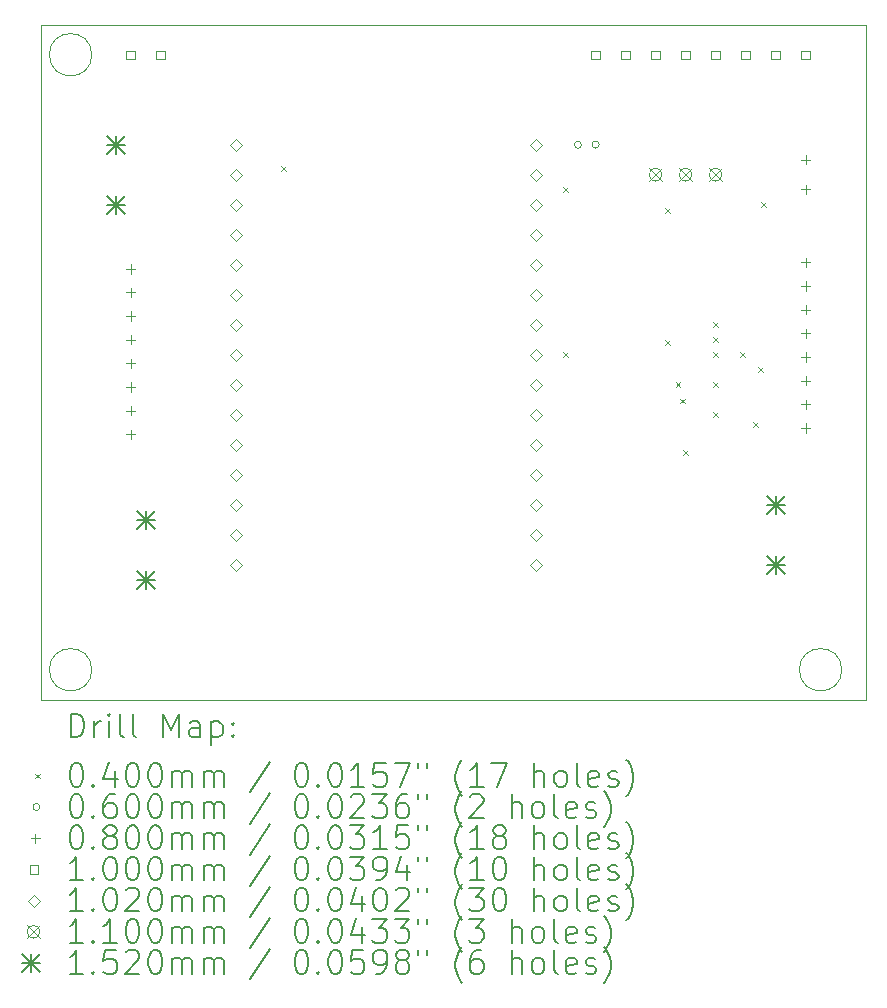
<source format=gbr>
%TF.GenerationSoftware,KiCad,Pcbnew,7.0.5*%
%TF.CreationDate,2023-06-02T21:27:50+04:00*%
%TF.ProjectId,Line Follower PID,4c696e65-2046-46f6-9c6c-6f7765722050,rev?*%
%TF.SameCoordinates,Original*%
%TF.FileFunction,Drillmap*%
%TF.FilePolarity,Positive*%
%FSLAX45Y45*%
G04 Gerber Fmt 4.5, Leading zero omitted, Abs format (unit mm)*
G04 Created by KiCad (PCBNEW 7.0.5) date 2023-06-02 21:27:50*
%MOMM*%
%LPD*%
G01*
G04 APERTURE LIST*
%ADD10C,0.100000*%
%ADD11C,0.200000*%
%ADD12C,0.040000*%
%ADD13C,0.060000*%
%ADD14C,0.080000*%
%ADD15C,0.102000*%
%ADD16C,0.110000*%
%ADD17C,0.152000*%
G04 APERTURE END LIST*
D10*
X10212605Y-7620000D02*
G75*
G03*
X10212605Y-7620000I-179605J0D01*
G01*
X10212605Y-12827000D02*
G75*
G03*
X10212605Y-12827000I-179605J0D01*
G01*
X9779000Y-7366000D02*
X16764000Y-7366000D01*
X16764000Y-13081000D01*
X9779000Y-13081000D01*
X9779000Y-7366000D01*
X16562605Y-12827000D02*
G75*
G03*
X16562605Y-12827000I-179605J0D01*
G01*
D11*
D12*
X11816400Y-8565200D02*
X11856400Y-8605200D01*
X11856400Y-8565200D02*
X11816400Y-8605200D01*
X14204000Y-8743000D02*
X14244000Y-8783000D01*
X14244000Y-8743000D02*
X14204000Y-8783000D01*
X14204000Y-10140000D02*
X14244000Y-10180000D01*
X14244000Y-10140000D02*
X14204000Y-10180000D01*
X15067600Y-8920800D02*
X15107600Y-8960800D01*
X15107600Y-8920800D02*
X15067600Y-8960800D01*
X15067600Y-10038400D02*
X15107600Y-10078400D01*
X15107600Y-10038400D02*
X15067600Y-10078400D01*
X15155650Y-10394000D02*
X15195650Y-10434000D01*
X15195650Y-10394000D02*
X15155650Y-10434000D01*
X15191782Y-10531677D02*
X15231782Y-10571677D01*
X15231782Y-10531677D02*
X15191782Y-10571677D01*
X15220000Y-10966350D02*
X15260000Y-11006350D01*
X15260000Y-10966350D02*
X15220000Y-11006350D01*
X15474000Y-9886000D02*
X15514000Y-9926000D01*
X15514000Y-9886000D02*
X15474000Y-9926000D01*
X15474000Y-10013000D02*
X15514000Y-10053000D01*
X15514000Y-10013000D02*
X15474000Y-10053000D01*
X15474000Y-10140000D02*
X15514000Y-10180000D01*
X15514000Y-10140000D02*
X15474000Y-10180000D01*
X15474000Y-10394000D02*
X15514000Y-10434000D01*
X15514000Y-10394000D02*
X15474000Y-10434000D01*
X15474000Y-10648000D02*
X15514000Y-10688000D01*
X15514000Y-10648000D02*
X15474000Y-10688000D01*
X15700050Y-10140000D02*
X15740050Y-10180000D01*
X15740050Y-10140000D02*
X15700050Y-10180000D01*
X15810700Y-10730700D02*
X15850700Y-10770700D01*
X15850700Y-10730700D02*
X15810700Y-10770700D01*
X15855000Y-10267000D02*
X15895000Y-10307000D01*
X15895000Y-10267000D02*
X15855000Y-10307000D01*
X15880400Y-8870000D02*
X15920400Y-8910000D01*
X15920400Y-8870000D02*
X15880400Y-8910000D01*
D13*
X14358000Y-8382000D02*
G75*
G03*
X14358000Y-8382000I-30000J0D01*
G01*
X14508000Y-8382000D02*
G75*
G03*
X14508000Y-8382000I-30000J0D01*
G01*
D14*
X10541000Y-9393000D02*
X10541000Y-9473000D01*
X10501000Y-9433000D02*
X10581000Y-9433000D01*
X10541000Y-9593000D02*
X10541000Y-9673000D01*
X10501000Y-9633000D02*
X10581000Y-9633000D01*
X10541000Y-9793000D02*
X10541000Y-9873000D01*
X10501000Y-9833000D02*
X10581000Y-9833000D01*
X10541000Y-9993000D02*
X10541000Y-10073000D01*
X10501000Y-10033000D02*
X10581000Y-10033000D01*
X10541000Y-10193000D02*
X10541000Y-10273000D01*
X10501000Y-10233000D02*
X10581000Y-10233000D01*
X10541000Y-10393000D02*
X10541000Y-10473000D01*
X10501000Y-10433000D02*
X10581000Y-10433000D01*
X10541000Y-10593000D02*
X10541000Y-10673000D01*
X10501000Y-10633000D02*
X10581000Y-10633000D01*
X10541000Y-10793000D02*
X10541000Y-10873000D01*
X10501000Y-10833000D02*
X10581000Y-10833000D01*
X16256000Y-8469000D02*
X16256000Y-8549000D01*
X16216000Y-8509000D02*
X16296000Y-8509000D01*
X16256000Y-8719000D02*
X16256000Y-8799000D01*
X16216000Y-8759000D02*
X16296000Y-8759000D01*
X16256000Y-9339000D02*
X16256000Y-9419000D01*
X16216000Y-9379000D02*
X16296000Y-9379000D01*
X16256000Y-9539000D02*
X16256000Y-9619000D01*
X16216000Y-9579000D02*
X16296000Y-9579000D01*
X16256000Y-9739000D02*
X16256000Y-9819000D01*
X16216000Y-9779000D02*
X16296000Y-9779000D01*
X16256000Y-9939000D02*
X16256000Y-10019000D01*
X16216000Y-9979000D02*
X16296000Y-9979000D01*
X16256000Y-10139000D02*
X16256000Y-10219000D01*
X16216000Y-10179000D02*
X16296000Y-10179000D01*
X16256000Y-10339000D02*
X16256000Y-10419000D01*
X16216000Y-10379000D02*
X16296000Y-10379000D01*
X16256000Y-10539000D02*
X16256000Y-10619000D01*
X16216000Y-10579000D02*
X16296000Y-10579000D01*
X16256000Y-10739000D02*
X16256000Y-10819000D01*
X16216000Y-10779000D02*
X16296000Y-10779000D01*
D10*
X10576356Y-7655356D02*
X10576356Y-7584644D01*
X10505644Y-7584644D01*
X10505644Y-7655356D01*
X10576356Y-7655356D01*
X10830356Y-7655356D02*
X10830356Y-7584644D01*
X10759644Y-7584644D01*
X10759644Y-7655356D01*
X10830356Y-7655356D01*
X14511856Y-7655356D02*
X14511856Y-7584644D01*
X14441144Y-7584644D01*
X14441144Y-7655356D01*
X14511856Y-7655356D01*
X14765856Y-7655356D02*
X14765856Y-7584644D01*
X14695144Y-7584644D01*
X14695144Y-7655356D01*
X14765856Y-7655356D01*
X15019856Y-7655356D02*
X15019856Y-7584644D01*
X14949144Y-7584644D01*
X14949144Y-7655356D01*
X15019856Y-7655356D01*
X15273856Y-7655356D02*
X15273856Y-7584644D01*
X15203144Y-7584644D01*
X15203144Y-7655356D01*
X15273856Y-7655356D01*
X15527856Y-7655356D02*
X15527856Y-7584644D01*
X15457144Y-7584644D01*
X15457144Y-7655356D01*
X15527856Y-7655356D01*
X15781856Y-7655356D02*
X15781856Y-7584644D01*
X15711144Y-7584644D01*
X15711144Y-7655356D01*
X15781856Y-7655356D01*
X16035856Y-7655356D02*
X16035856Y-7584644D01*
X15965144Y-7584644D01*
X15965144Y-7655356D01*
X16035856Y-7655356D01*
X16289856Y-7655356D02*
X16289856Y-7584644D01*
X16219144Y-7584644D01*
X16219144Y-7655356D01*
X16289856Y-7655356D01*
D15*
X11430000Y-8433000D02*
X11481000Y-8382000D01*
X11430000Y-8331000D01*
X11379000Y-8382000D01*
X11430000Y-8433000D01*
X11430000Y-8687000D02*
X11481000Y-8636000D01*
X11430000Y-8585000D01*
X11379000Y-8636000D01*
X11430000Y-8687000D01*
X11430000Y-8941000D02*
X11481000Y-8890000D01*
X11430000Y-8839000D01*
X11379000Y-8890000D01*
X11430000Y-8941000D01*
X11430000Y-9195000D02*
X11481000Y-9144000D01*
X11430000Y-9093000D01*
X11379000Y-9144000D01*
X11430000Y-9195000D01*
X11430000Y-9449000D02*
X11481000Y-9398000D01*
X11430000Y-9347000D01*
X11379000Y-9398000D01*
X11430000Y-9449000D01*
X11430000Y-9703000D02*
X11481000Y-9652000D01*
X11430000Y-9601000D01*
X11379000Y-9652000D01*
X11430000Y-9703000D01*
X11430000Y-9957000D02*
X11481000Y-9906000D01*
X11430000Y-9855000D01*
X11379000Y-9906000D01*
X11430000Y-9957000D01*
X11430000Y-10211000D02*
X11481000Y-10160000D01*
X11430000Y-10109000D01*
X11379000Y-10160000D01*
X11430000Y-10211000D01*
X11430000Y-10465000D02*
X11481000Y-10414000D01*
X11430000Y-10363000D01*
X11379000Y-10414000D01*
X11430000Y-10465000D01*
X11430000Y-10719000D02*
X11481000Y-10668000D01*
X11430000Y-10617000D01*
X11379000Y-10668000D01*
X11430000Y-10719000D01*
X11430000Y-10973000D02*
X11481000Y-10922000D01*
X11430000Y-10871000D01*
X11379000Y-10922000D01*
X11430000Y-10973000D01*
X11430000Y-11227000D02*
X11481000Y-11176000D01*
X11430000Y-11125000D01*
X11379000Y-11176000D01*
X11430000Y-11227000D01*
X11430000Y-11481000D02*
X11481000Y-11430000D01*
X11430000Y-11379000D01*
X11379000Y-11430000D01*
X11430000Y-11481000D01*
X11430000Y-11735000D02*
X11481000Y-11684000D01*
X11430000Y-11633000D01*
X11379000Y-11684000D01*
X11430000Y-11735000D01*
X11430000Y-11989000D02*
X11481000Y-11938000D01*
X11430000Y-11887000D01*
X11379000Y-11938000D01*
X11430000Y-11989000D01*
X13970000Y-8433000D02*
X14021000Y-8382000D01*
X13970000Y-8331000D01*
X13919000Y-8382000D01*
X13970000Y-8433000D01*
X13970000Y-8687000D02*
X14021000Y-8636000D01*
X13970000Y-8585000D01*
X13919000Y-8636000D01*
X13970000Y-8687000D01*
X13970000Y-8941000D02*
X14021000Y-8890000D01*
X13970000Y-8839000D01*
X13919000Y-8890000D01*
X13970000Y-8941000D01*
X13970000Y-9195000D02*
X14021000Y-9144000D01*
X13970000Y-9093000D01*
X13919000Y-9144000D01*
X13970000Y-9195000D01*
X13970000Y-9449000D02*
X14021000Y-9398000D01*
X13970000Y-9347000D01*
X13919000Y-9398000D01*
X13970000Y-9449000D01*
X13970000Y-9703000D02*
X14021000Y-9652000D01*
X13970000Y-9601000D01*
X13919000Y-9652000D01*
X13970000Y-9703000D01*
X13970000Y-9957000D02*
X14021000Y-9906000D01*
X13970000Y-9855000D01*
X13919000Y-9906000D01*
X13970000Y-9957000D01*
X13970000Y-10211000D02*
X14021000Y-10160000D01*
X13970000Y-10109000D01*
X13919000Y-10160000D01*
X13970000Y-10211000D01*
X13970000Y-10465000D02*
X14021000Y-10414000D01*
X13970000Y-10363000D01*
X13919000Y-10414000D01*
X13970000Y-10465000D01*
X13970000Y-10719000D02*
X14021000Y-10668000D01*
X13970000Y-10617000D01*
X13919000Y-10668000D01*
X13970000Y-10719000D01*
X13970000Y-10973000D02*
X14021000Y-10922000D01*
X13970000Y-10871000D01*
X13919000Y-10922000D01*
X13970000Y-10973000D01*
X13970000Y-11227000D02*
X14021000Y-11176000D01*
X13970000Y-11125000D01*
X13919000Y-11176000D01*
X13970000Y-11227000D01*
X13970000Y-11481000D02*
X14021000Y-11430000D01*
X13970000Y-11379000D01*
X13919000Y-11430000D01*
X13970000Y-11481000D01*
X13970000Y-11735000D02*
X14021000Y-11684000D01*
X13970000Y-11633000D01*
X13919000Y-11684000D01*
X13970000Y-11735000D01*
X13970000Y-11989000D02*
X14021000Y-11938000D01*
X13970000Y-11887000D01*
X13919000Y-11938000D01*
X13970000Y-11989000D01*
D16*
X14931000Y-8581000D02*
X15041000Y-8691000D01*
X15041000Y-8581000D02*
X14931000Y-8691000D01*
X15041000Y-8636000D02*
G75*
G03*
X15041000Y-8636000I-55000J0D01*
G01*
X15185000Y-8581000D02*
X15295000Y-8691000D01*
X15295000Y-8581000D02*
X15185000Y-8691000D01*
X15295000Y-8636000D02*
G75*
G03*
X15295000Y-8636000I-55000J0D01*
G01*
X15439000Y-8581000D02*
X15549000Y-8691000D01*
X15549000Y-8581000D02*
X15439000Y-8691000D01*
X15549000Y-8636000D02*
G75*
G03*
X15549000Y-8636000I-55000J0D01*
G01*
D17*
X10338000Y-8306000D02*
X10490000Y-8458000D01*
X10490000Y-8306000D02*
X10338000Y-8458000D01*
X10414000Y-8306000D02*
X10414000Y-8458000D01*
X10338000Y-8382000D02*
X10490000Y-8382000D01*
X10338000Y-8814000D02*
X10490000Y-8966000D01*
X10490000Y-8814000D02*
X10338000Y-8966000D01*
X10414000Y-8814000D02*
X10414000Y-8966000D01*
X10338000Y-8890000D02*
X10490000Y-8890000D01*
X10592000Y-11481000D02*
X10744000Y-11633000D01*
X10744000Y-11481000D02*
X10592000Y-11633000D01*
X10668000Y-11481000D02*
X10668000Y-11633000D01*
X10592000Y-11557000D02*
X10744000Y-11557000D01*
X10592000Y-11989000D02*
X10744000Y-12141000D01*
X10744000Y-11989000D02*
X10592000Y-12141000D01*
X10668000Y-11989000D02*
X10668000Y-12141000D01*
X10592000Y-12065000D02*
X10744000Y-12065000D01*
X15926000Y-11354000D02*
X16078000Y-11506000D01*
X16078000Y-11354000D02*
X15926000Y-11506000D01*
X16002000Y-11354000D02*
X16002000Y-11506000D01*
X15926000Y-11430000D02*
X16078000Y-11430000D01*
X15926000Y-11862000D02*
X16078000Y-12014000D01*
X16078000Y-11862000D02*
X15926000Y-12014000D01*
X16002000Y-11862000D02*
X16002000Y-12014000D01*
X15926000Y-11938000D02*
X16078000Y-11938000D01*
D11*
X10034777Y-13397484D02*
X10034777Y-13197484D01*
X10034777Y-13197484D02*
X10082396Y-13197484D01*
X10082396Y-13197484D02*
X10110967Y-13207008D01*
X10110967Y-13207008D02*
X10130015Y-13226055D01*
X10130015Y-13226055D02*
X10139539Y-13245103D01*
X10139539Y-13245103D02*
X10149063Y-13283198D01*
X10149063Y-13283198D02*
X10149063Y-13311769D01*
X10149063Y-13311769D02*
X10139539Y-13349865D01*
X10139539Y-13349865D02*
X10130015Y-13368912D01*
X10130015Y-13368912D02*
X10110967Y-13387960D01*
X10110967Y-13387960D02*
X10082396Y-13397484D01*
X10082396Y-13397484D02*
X10034777Y-13397484D01*
X10234777Y-13397484D02*
X10234777Y-13264150D01*
X10234777Y-13302246D02*
X10244301Y-13283198D01*
X10244301Y-13283198D02*
X10253824Y-13273674D01*
X10253824Y-13273674D02*
X10272872Y-13264150D01*
X10272872Y-13264150D02*
X10291920Y-13264150D01*
X10358586Y-13397484D02*
X10358586Y-13264150D01*
X10358586Y-13197484D02*
X10349063Y-13207008D01*
X10349063Y-13207008D02*
X10358586Y-13216531D01*
X10358586Y-13216531D02*
X10368110Y-13207008D01*
X10368110Y-13207008D02*
X10358586Y-13197484D01*
X10358586Y-13197484D02*
X10358586Y-13216531D01*
X10482396Y-13397484D02*
X10463348Y-13387960D01*
X10463348Y-13387960D02*
X10453824Y-13368912D01*
X10453824Y-13368912D02*
X10453824Y-13197484D01*
X10587158Y-13397484D02*
X10568110Y-13387960D01*
X10568110Y-13387960D02*
X10558586Y-13368912D01*
X10558586Y-13368912D02*
X10558586Y-13197484D01*
X10815729Y-13397484D02*
X10815729Y-13197484D01*
X10815729Y-13197484D02*
X10882396Y-13340341D01*
X10882396Y-13340341D02*
X10949063Y-13197484D01*
X10949063Y-13197484D02*
X10949063Y-13397484D01*
X11130015Y-13397484D02*
X11130015Y-13292722D01*
X11130015Y-13292722D02*
X11120491Y-13273674D01*
X11120491Y-13273674D02*
X11101444Y-13264150D01*
X11101444Y-13264150D02*
X11063348Y-13264150D01*
X11063348Y-13264150D02*
X11044301Y-13273674D01*
X11130015Y-13387960D02*
X11110967Y-13397484D01*
X11110967Y-13397484D02*
X11063348Y-13397484D01*
X11063348Y-13397484D02*
X11044301Y-13387960D01*
X11044301Y-13387960D02*
X11034777Y-13368912D01*
X11034777Y-13368912D02*
X11034777Y-13349865D01*
X11034777Y-13349865D02*
X11044301Y-13330817D01*
X11044301Y-13330817D02*
X11063348Y-13321293D01*
X11063348Y-13321293D02*
X11110967Y-13321293D01*
X11110967Y-13321293D02*
X11130015Y-13311769D01*
X11225253Y-13264150D02*
X11225253Y-13464150D01*
X11225253Y-13273674D02*
X11244301Y-13264150D01*
X11244301Y-13264150D02*
X11282396Y-13264150D01*
X11282396Y-13264150D02*
X11301443Y-13273674D01*
X11301443Y-13273674D02*
X11310967Y-13283198D01*
X11310967Y-13283198D02*
X11320491Y-13302246D01*
X11320491Y-13302246D02*
X11320491Y-13359388D01*
X11320491Y-13359388D02*
X11310967Y-13378436D01*
X11310967Y-13378436D02*
X11301443Y-13387960D01*
X11301443Y-13387960D02*
X11282396Y-13397484D01*
X11282396Y-13397484D02*
X11244301Y-13397484D01*
X11244301Y-13397484D02*
X11225253Y-13387960D01*
X11406205Y-13378436D02*
X11415729Y-13387960D01*
X11415729Y-13387960D02*
X11406205Y-13397484D01*
X11406205Y-13397484D02*
X11396682Y-13387960D01*
X11396682Y-13387960D02*
X11406205Y-13378436D01*
X11406205Y-13378436D02*
X11406205Y-13397484D01*
X11406205Y-13273674D02*
X11415729Y-13283198D01*
X11415729Y-13283198D02*
X11406205Y-13292722D01*
X11406205Y-13292722D02*
X11396682Y-13283198D01*
X11396682Y-13283198D02*
X11406205Y-13273674D01*
X11406205Y-13273674D02*
X11406205Y-13292722D01*
D12*
X9734000Y-13706000D02*
X9774000Y-13746000D01*
X9774000Y-13706000D02*
X9734000Y-13746000D01*
D11*
X10072872Y-13617484D02*
X10091920Y-13617484D01*
X10091920Y-13617484D02*
X10110967Y-13627008D01*
X10110967Y-13627008D02*
X10120491Y-13636531D01*
X10120491Y-13636531D02*
X10130015Y-13655579D01*
X10130015Y-13655579D02*
X10139539Y-13693674D01*
X10139539Y-13693674D02*
X10139539Y-13741293D01*
X10139539Y-13741293D02*
X10130015Y-13779388D01*
X10130015Y-13779388D02*
X10120491Y-13798436D01*
X10120491Y-13798436D02*
X10110967Y-13807960D01*
X10110967Y-13807960D02*
X10091920Y-13817484D01*
X10091920Y-13817484D02*
X10072872Y-13817484D01*
X10072872Y-13817484D02*
X10053824Y-13807960D01*
X10053824Y-13807960D02*
X10044301Y-13798436D01*
X10044301Y-13798436D02*
X10034777Y-13779388D01*
X10034777Y-13779388D02*
X10025253Y-13741293D01*
X10025253Y-13741293D02*
X10025253Y-13693674D01*
X10025253Y-13693674D02*
X10034777Y-13655579D01*
X10034777Y-13655579D02*
X10044301Y-13636531D01*
X10044301Y-13636531D02*
X10053824Y-13627008D01*
X10053824Y-13627008D02*
X10072872Y-13617484D01*
X10225253Y-13798436D02*
X10234777Y-13807960D01*
X10234777Y-13807960D02*
X10225253Y-13817484D01*
X10225253Y-13817484D02*
X10215729Y-13807960D01*
X10215729Y-13807960D02*
X10225253Y-13798436D01*
X10225253Y-13798436D02*
X10225253Y-13817484D01*
X10406205Y-13684150D02*
X10406205Y-13817484D01*
X10358586Y-13607960D02*
X10310967Y-13750817D01*
X10310967Y-13750817D02*
X10434777Y-13750817D01*
X10549063Y-13617484D02*
X10568110Y-13617484D01*
X10568110Y-13617484D02*
X10587158Y-13627008D01*
X10587158Y-13627008D02*
X10596682Y-13636531D01*
X10596682Y-13636531D02*
X10606205Y-13655579D01*
X10606205Y-13655579D02*
X10615729Y-13693674D01*
X10615729Y-13693674D02*
X10615729Y-13741293D01*
X10615729Y-13741293D02*
X10606205Y-13779388D01*
X10606205Y-13779388D02*
X10596682Y-13798436D01*
X10596682Y-13798436D02*
X10587158Y-13807960D01*
X10587158Y-13807960D02*
X10568110Y-13817484D01*
X10568110Y-13817484D02*
X10549063Y-13817484D01*
X10549063Y-13817484D02*
X10530015Y-13807960D01*
X10530015Y-13807960D02*
X10520491Y-13798436D01*
X10520491Y-13798436D02*
X10510967Y-13779388D01*
X10510967Y-13779388D02*
X10501444Y-13741293D01*
X10501444Y-13741293D02*
X10501444Y-13693674D01*
X10501444Y-13693674D02*
X10510967Y-13655579D01*
X10510967Y-13655579D02*
X10520491Y-13636531D01*
X10520491Y-13636531D02*
X10530015Y-13627008D01*
X10530015Y-13627008D02*
X10549063Y-13617484D01*
X10739539Y-13617484D02*
X10758586Y-13617484D01*
X10758586Y-13617484D02*
X10777634Y-13627008D01*
X10777634Y-13627008D02*
X10787158Y-13636531D01*
X10787158Y-13636531D02*
X10796682Y-13655579D01*
X10796682Y-13655579D02*
X10806205Y-13693674D01*
X10806205Y-13693674D02*
X10806205Y-13741293D01*
X10806205Y-13741293D02*
X10796682Y-13779388D01*
X10796682Y-13779388D02*
X10787158Y-13798436D01*
X10787158Y-13798436D02*
X10777634Y-13807960D01*
X10777634Y-13807960D02*
X10758586Y-13817484D01*
X10758586Y-13817484D02*
X10739539Y-13817484D01*
X10739539Y-13817484D02*
X10720491Y-13807960D01*
X10720491Y-13807960D02*
X10710967Y-13798436D01*
X10710967Y-13798436D02*
X10701444Y-13779388D01*
X10701444Y-13779388D02*
X10691920Y-13741293D01*
X10691920Y-13741293D02*
X10691920Y-13693674D01*
X10691920Y-13693674D02*
X10701444Y-13655579D01*
X10701444Y-13655579D02*
X10710967Y-13636531D01*
X10710967Y-13636531D02*
X10720491Y-13627008D01*
X10720491Y-13627008D02*
X10739539Y-13617484D01*
X10891920Y-13817484D02*
X10891920Y-13684150D01*
X10891920Y-13703198D02*
X10901444Y-13693674D01*
X10901444Y-13693674D02*
X10920491Y-13684150D01*
X10920491Y-13684150D02*
X10949063Y-13684150D01*
X10949063Y-13684150D02*
X10968110Y-13693674D01*
X10968110Y-13693674D02*
X10977634Y-13712722D01*
X10977634Y-13712722D02*
X10977634Y-13817484D01*
X10977634Y-13712722D02*
X10987158Y-13693674D01*
X10987158Y-13693674D02*
X11006205Y-13684150D01*
X11006205Y-13684150D02*
X11034777Y-13684150D01*
X11034777Y-13684150D02*
X11053825Y-13693674D01*
X11053825Y-13693674D02*
X11063348Y-13712722D01*
X11063348Y-13712722D02*
X11063348Y-13817484D01*
X11158586Y-13817484D02*
X11158586Y-13684150D01*
X11158586Y-13703198D02*
X11168110Y-13693674D01*
X11168110Y-13693674D02*
X11187158Y-13684150D01*
X11187158Y-13684150D02*
X11215729Y-13684150D01*
X11215729Y-13684150D02*
X11234777Y-13693674D01*
X11234777Y-13693674D02*
X11244301Y-13712722D01*
X11244301Y-13712722D02*
X11244301Y-13817484D01*
X11244301Y-13712722D02*
X11253824Y-13693674D01*
X11253824Y-13693674D02*
X11272872Y-13684150D01*
X11272872Y-13684150D02*
X11301443Y-13684150D01*
X11301443Y-13684150D02*
X11320491Y-13693674D01*
X11320491Y-13693674D02*
X11330015Y-13712722D01*
X11330015Y-13712722D02*
X11330015Y-13817484D01*
X11720491Y-13607960D02*
X11549063Y-13865103D01*
X11977634Y-13617484D02*
X11996682Y-13617484D01*
X11996682Y-13617484D02*
X12015729Y-13627008D01*
X12015729Y-13627008D02*
X12025253Y-13636531D01*
X12025253Y-13636531D02*
X12034777Y-13655579D01*
X12034777Y-13655579D02*
X12044301Y-13693674D01*
X12044301Y-13693674D02*
X12044301Y-13741293D01*
X12044301Y-13741293D02*
X12034777Y-13779388D01*
X12034777Y-13779388D02*
X12025253Y-13798436D01*
X12025253Y-13798436D02*
X12015729Y-13807960D01*
X12015729Y-13807960D02*
X11996682Y-13817484D01*
X11996682Y-13817484D02*
X11977634Y-13817484D01*
X11977634Y-13817484D02*
X11958586Y-13807960D01*
X11958586Y-13807960D02*
X11949063Y-13798436D01*
X11949063Y-13798436D02*
X11939539Y-13779388D01*
X11939539Y-13779388D02*
X11930015Y-13741293D01*
X11930015Y-13741293D02*
X11930015Y-13693674D01*
X11930015Y-13693674D02*
X11939539Y-13655579D01*
X11939539Y-13655579D02*
X11949063Y-13636531D01*
X11949063Y-13636531D02*
X11958586Y-13627008D01*
X11958586Y-13627008D02*
X11977634Y-13617484D01*
X12130015Y-13798436D02*
X12139539Y-13807960D01*
X12139539Y-13807960D02*
X12130015Y-13817484D01*
X12130015Y-13817484D02*
X12120491Y-13807960D01*
X12120491Y-13807960D02*
X12130015Y-13798436D01*
X12130015Y-13798436D02*
X12130015Y-13817484D01*
X12263348Y-13617484D02*
X12282396Y-13617484D01*
X12282396Y-13617484D02*
X12301444Y-13627008D01*
X12301444Y-13627008D02*
X12310967Y-13636531D01*
X12310967Y-13636531D02*
X12320491Y-13655579D01*
X12320491Y-13655579D02*
X12330015Y-13693674D01*
X12330015Y-13693674D02*
X12330015Y-13741293D01*
X12330015Y-13741293D02*
X12320491Y-13779388D01*
X12320491Y-13779388D02*
X12310967Y-13798436D01*
X12310967Y-13798436D02*
X12301444Y-13807960D01*
X12301444Y-13807960D02*
X12282396Y-13817484D01*
X12282396Y-13817484D02*
X12263348Y-13817484D01*
X12263348Y-13817484D02*
X12244301Y-13807960D01*
X12244301Y-13807960D02*
X12234777Y-13798436D01*
X12234777Y-13798436D02*
X12225253Y-13779388D01*
X12225253Y-13779388D02*
X12215729Y-13741293D01*
X12215729Y-13741293D02*
X12215729Y-13693674D01*
X12215729Y-13693674D02*
X12225253Y-13655579D01*
X12225253Y-13655579D02*
X12234777Y-13636531D01*
X12234777Y-13636531D02*
X12244301Y-13627008D01*
X12244301Y-13627008D02*
X12263348Y-13617484D01*
X12520491Y-13817484D02*
X12406206Y-13817484D01*
X12463348Y-13817484D02*
X12463348Y-13617484D01*
X12463348Y-13617484D02*
X12444301Y-13646055D01*
X12444301Y-13646055D02*
X12425253Y-13665103D01*
X12425253Y-13665103D02*
X12406206Y-13674627D01*
X12701444Y-13617484D02*
X12606206Y-13617484D01*
X12606206Y-13617484D02*
X12596682Y-13712722D01*
X12596682Y-13712722D02*
X12606206Y-13703198D01*
X12606206Y-13703198D02*
X12625253Y-13693674D01*
X12625253Y-13693674D02*
X12672872Y-13693674D01*
X12672872Y-13693674D02*
X12691920Y-13703198D01*
X12691920Y-13703198D02*
X12701444Y-13712722D01*
X12701444Y-13712722D02*
X12710967Y-13731769D01*
X12710967Y-13731769D02*
X12710967Y-13779388D01*
X12710967Y-13779388D02*
X12701444Y-13798436D01*
X12701444Y-13798436D02*
X12691920Y-13807960D01*
X12691920Y-13807960D02*
X12672872Y-13817484D01*
X12672872Y-13817484D02*
X12625253Y-13817484D01*
X12625253Y-13817484D02*
X12606206Y-13807960D01*
X12606206Y-13807960D02*
X12596682Y-13798436D01*
X12777634Y-13617484D02*
X12910967Y-13617484D01*
X12910967Y-13617484D02*
X12825253Y-13817484D01*
X12977634Y-13617484D02*
X12977634Y-13655579D01*
X13053825Y-13617484D02*
X13053825Y-13655579D01*
X13349063Y-13893674D02*
X13339539Y-13884150D01*
X13339539Y-13884150D02*
X13320491Y-13855579D01*
X13320491Y-13855579D02*
X13310968Y-13836531D01*
X13310968Y-13836531D02*
X13301444Y-13807960D01*
X13301444Y-13807960D02*
X13291920Y-13760341D01*
X13291920Y-13760341D02*
X13291920Y-13722246D01*
X13291920Y-13722246D02*
X13301444Y-13674627D01*
X13301444Y-13674627D02*
X13310968Y-13646055D01*
X13310968Y-13646055D02*
X13320491Y-13627008D01*
X13320491Y-13627008D02*
X13339539Y-13598436D01*
X13339539Y-13598436D02*
X13349063Y-13588912D01*
X13530015Y-13817484D02*
X13415729Y-13817484D01*
X13472872Y-13817484D02*
X13472872Y-13617484D01*
X13472872Y-13617484D02*
X13453825Y-13646055D01*
X13453825Y-13646055D02*
X13434777Y-13665103D01*
X13434777Y-13665103D02*
X13415729Y-13674627D01*
X13596682Y-13617484D02*
X13730015Y-13617484D01*
X13730015Y-13617484D02*
X13644301Y-13817484D01*
X13958587Y-13817484D02*
X13958587Y-13617484D01*
X14044301Y-13817484D02*
X14044301Y-13712722D01*
X14044301Y-13712722D02*
X14034777Y-13693674D01*
X14034777Y-13693674D02*
X14015730Y-13684150D01*
X14015730Y-13684150D02*
X13987158Y-13684150D01*
X13987158Y-13684150D02*
X13968110Y-13693674D01*
X13968110Y-13693674D02*
X13958587Y-13703198D01*
X14168110Y-13817484D02*
X14149063Y-13807960D01*
X14149063Y-13807960D02*
X14139539Y-13798436D01*
X14139539Y-13798436D02*
X14130015Y-13779388D01*
X14130015Y-13779388D02*
X14130015Y-13722246D01*
X14130015Y-13722246D02*
X14139539Y-13703198D01*
X14139539Y-13703198D02*
X14149063Y-13693674D01*
X14149063Y-13693674D02*
X14168110Y-13684150D01*
X14168110Y-13684150D02*
X14196682Y-13684150D01*
X14196682Y-13684150D02*
X14215730Y-13693674D01*
X14215730Y-13693674D02*
X14225253Y-13703198D01*
X14225253Y-13703198D02*
X14234777Y-13722246D01*
X14234777Y-13722246D02*
X14234777Y-13779388D01*
X14234777Y-13779388D02*
X14225253Y-13798436D01*
X14225253Y-13798436D02*
X14215730Y-13807960D01*
X14215730Y-13807960D02*
X14196682Y-13817484D01*
X14196682Y-13817484D02*
X14168110Y-13817484D01*
X14349063Y-13817484D02*
X14330015Y-13807960D01*
X14330015Y-13807960D02*
X14320491Y-13788912D01*
X14320491Y-13788912D02*
X14320491Y-13617484D01*
X14501444Y-13807960D02*
X14482396Y-13817484D01*
X14482396Y-13817484D02*
X14444301Y-13817484D01*
X14444301Y-13817484D02*
X14425253Y-13807960D01*
X14425253Y-13807960D02*
X14415730Y-13788912D01*
X14415730Y-13788912D02*
X14415730Y-13712722D01*
X14415730Y-13712722D02*
X14425253Y-13693674D01*
X14425253Y-13693674D02*
X14444301Y-13684150D01*
X14444301Y-13684150D02*
X14482396Y-13684150D01*
X14482396Y-13684150D02*
X14501444Y-13693674D01*
X14501444Y-13693674D02*
X14510968Y-13712722D01*
X14510968Y-13712722D02*
X14510968Y-13731769D01*
X14510968Y-13731769D02*
X14415730Y-13750817D01*
X14587158Y-13807960D02*
X14606206Y-13817484D01*
X14606206Y-13817484D02*
X14644301Y-13817484D01*
X14644301Y-13817484D02*
X14663349Y-13807960D01*
X14663349Y-13807960D02*
X14672872Y-13788912D01*
X14672872Y-13788912D02*
X14672872Y-13779388D01*
X14672872Y-13779388D02*
X14663349Y-13760341D01*
X14663349Y-13760341D02*
X14644301Y-13750817D01*
X14644301Y-13750817D02*
X14615730Y-13750817D01*
X14615730Y-13750817D02*
X14596682Y-13741293D01*
X14596682Y-13741293D02*
X14587158Y-13722246D01*
X14587158Y-13722246D02*
X14587158Y-13712722D01*
X14587158Y-13712722D02*
X14596682Y-13693674D01*
X14596682Y-13693674D02*
X14615730Y-13684150D01*
X14615730Y-13684150D02*
X14644301Y-13684150D01*
X14644301Y-13684150D02*
X14663349Y-13693674D01*
X14739539Y-13893674D02*
X14749063Y-13884150D01*
X14749063Y-13884150D02*
X14768111Y-13855579D01*
X14768111Y-13855579D02*
X14777634Y-13836531D01*
X14777634Y-13836531D02*
X14787158Y-13807960D01*
X14787158Y-13807960D02*
X14796682Y-13760341D01*
X14796682Y-13760341D02*
X14796682Y-13722246D01*
X14796682Y-13722246D02*
X14787158Y-13674627D01*
X14787158Y-13674627D02*
X14777634Y-13646055D01*
X14777634Y-13646055D02*
X14768111Y-13627008D01*
X14768111Y-13627008D02*
X14749063Y-13598436D01*
X14749063Y-13598436D02*
X14739539Y-13588912D01*
D13*
X9774000Y-13990000D02*
G75*
G03*
X9774000Y-13990000I-30000J0D01*
G01*
D11*
X10072872Y-13881484D02*
X10091920Y-13881484D01*
X10091920Y-13881484D02*
X10110967Y-13891008D01*
X10110967Y-13891008D02*
X10120491Y-13900531D01*
X10120491Y-13900531D02*
X10130015Y-13919579D01*
X10130015Y-13919579D02*
X10139539Y-13957674D01*
X10139539Y-13957674D02*
X10139539Y-14005293D01*
X10139539Y-14005293D02*
X10130015Y-14043388D01*
X10130015Y-14043388D02*
X10120491Y-14062436D01*
X10120491Y-14062436D02*
X10110967Y-14071960D01*
X10110967Y-14071960D02*
X10091920Y-14081484D01*
X10091920Y-14081484D02*
X10072872Y-14081484D01*
X10072872Y-14081484D02*
X10053824Y-14071960D01*
X10053824Y-14071960D02*
X10044301Y-14062436D01*
X10044301Y-14062436D02*
X10034777Y-14043388D01*
X10034777Y-14043388D02*
X10025253Y-14005293D01*
X10025253Y-14005293D02*
X10025253Y-13957674D01*
X10025253Y-13957674D02*
X10034777Y-13919579D01*
X10034777Y-13919579D02*
X10044301Y-13900531D01*
X10044301Y-13900531D02*
X10053824Y-13891008D01*
X10053824Y-13891008D02*
X10072872Y-13881484D01*
X10225253Y-14062436D02*
X10234777Y-14071960D01*
X10234777Y-14071960D02*
X10225253Y-14081484D01*
X10225253Y-14081484D02*
X10215729Y-14071960D01*
X10215729Y-14071960D02*
X10225253Y-14062436D01*
X10225253Y-14062436D02*
X10225253Y-14081484D01*
X10406205Y-13881484D02*
X10368110Y-13881484D01*
X10368110Y-13881484D02*
X10349063Y-13891008D01*
X10349063Y-13891008D02*
X10339539Y-13900531D01*
X10339539Y-13900531D02*
X10320491Y-13929103D01*
X10320491Y-13929103D02*
X10310967Y-13967198D01*
X10310967Y-13967198D02*
X10310967Y-14043388D01*
X10310967Y-14043388D02*
X10320491Y-14062436D01*
X10320491Y-14062436D02*
X10330015Y-14071960D01*
X10330015Y-14071960D02*
X10349063Y-14081484D01*
X10349063Y-14081484D02*
X10387158Y-14081484D01*
X10387158Y-14081484D02*
X10406205Y-14071960D01*
X10406205Y-14071960D02*
X10415729Y-14062436D01*
X10415729Y-14062436D02*
X10425253Y-14043388D01*
X10425253Y-14043388D02*
X10425253Y-13995769D01*
X10425253Y-13995769D02*
X10415729Y-13976722D01*
X10415729Y-13976722D02*
X10406205Y-13967198D01*
X10406205Y-13967198D02*
X10387158Y-13957674D01*
X10387158Y-13957674D02*
X10349063Y-13957674D01*
X10349063Y-13957674D02*
X10330015Y-13967198D01*
X10330015Y-13967198D02*
X10320491Y-13976722D01*
X10320491Y-13976722D02*
X10310967Y-13995769D01*
X10549063Y-13881484D02*
X10568110Y-13881484D01*
X10568110Y-13881484D02*
X10587158Y-13891008D01*
X10587158Y-13891008D02*
X10596682Y-13900531D01*
X10596682Y-13900531D02*
X10606205Y-13919579D01*
X10606205Y-13919579D02*
X10615729Y-13957674D01*
X10615729Y-13957674D02*
X10615729Y-14005293D01*
X10615729Y-14005293D02*
X10606205Y-14043388D01*
X10606205Y-14043388D02*
X10596682Y-14062436D01*
X10596682Y-14062436D02*
X10587158Y-14071960D01*
X10587158Y-14071960D02*
X10568110Y-14081484D01*
X10568110Y-14081484D02*
X10549063Y-14081484D01*
X10549063Y-14081484D02*
X10530015Y-14071960D01*
X10530015Y-14071960D02*
X10520491Y-14062436D01*
X10520491Y-14062436D02*
X10510967Y-14043388D01*
X10510967Y-14043388D02*
X10501444Y-14005293D01*
X10501444Y-14005293D02*
X10501444Y-13957674D01*
X10501444Y-13957674D02*
X10510967Y-13919579D01*
X10510967Y-13919579D02*
X10520491Y-13900531D01*
X10520491Y-13900531D02*
X10530015Y-13891008D01*
X10530015Y-13891008D02*
X10549063Y-13881484D01*
X10739539Y-13881484D02*
X10758586Y-13881484D01*
X10758586Y-13881484D02*
X10777634Y-13891008D01*
X10777634Y-13891008D02*
X10787158Y-13900531D01*
X10787158Y-13900531D02*
X10796682Y-13919579D01*
X10796682Y-13919579D02*
X10806205Y-13957674D01*
X10806205Y-13957674D02*
X10806205Y-14005293D01*
X10806205Y-14005293D02*
X10796682Y-14043388D01*
X10796682Y-14043388D02*
X10787158Y-14062436D01*
X10787158Y-14062436D02*
X10777634Y-14071960D01*
X10777634Y-14071960D02*
X10758586Y-14081484D01*
X10758586Y-14081484D02*
X10739539Y-14081484D01*
X10739539Y-14081484D02*
X10720491Y-14071960D01*
X10720491Y-14071960D02*
X10710967Y-14062436D01*
X10710967Y-14062436D02*
X10701444Y-14043388D01*
X10701444Y-14043388D02*
X10691920Y-14005293D01*
X10691920Y-14005293D02*
X10691920Y-13957674D01*
X10691920Y-13957674D02*
X10701444Y-13919579D01*
X10701444Y-13919579D02*
X10710967Y-13900531D01*
X10710967Y-13900531D02*
X10720491Y-13891008D01*
X10720491Y-13891008D02*
X10739539Y-13881484D01*
X10891920Y-14081484D02*
X10891920Y-13948150D01*
X10891920Y-13967198D02*
X10901444Y-13957674D01*
X10901444Y-13957674D02*
X10920491Y-13948150D01*
X10920491Y-13948150D02*
X10949063Y-13948150D01*
X10949063Y-13948150D02*
X10968110Y-13957674D01*
X10968110Y-13957674D02*
X10977634Y-13976722D01*
X10977634Y-13976722D02*
X10977634Y-14081484D01*
X10977634Y-13976722D02*
X10987158Y-13957674D01*
X10987158Y-13957674D02*
X11006205Y-13948150D01*
X11006205Y-13948150D02*
X11034777Y-13948150D01*
X11034777Y-13948150D02*
X11053825Y-13957674D01*
X11053825Y-13957674D02*
X11063348Y-13976722D01*
X11063348Y-13976722D02*
X11063348Y-14081484D01*
X11158586Y-14081484D02*
X11158586Y-13948150D01*
X11158586Y-13967198D02*
X11168110Y-13957674D01*
X11168110Y-13957674D02*
X11187158Y-13948150D01*
X11187158Y-13948150D02*
X11215729Y-13948150D01*
X11215729Y-13948150D02*
X11234777Y-13957674D01*
X11234777Y-13957674D02*
X11244301Y-13976722D01*
X11244301Y-13976722D02*
X11244301Y-14081484D01*
X11244301Y-13976722D02*
X11253824Y-13957674D01*
X11253824Y-13957674D02*
X11272872Y-13948150D01*
X11272872Y-13948150D02*
X11301443Y-13948150D01*
X11301443Y-13948150D02*
X11320491Y-13957674D01*
X11320491Y-13957674D02*
X11330015Y-13976722D01*
X11330015Y-13976722D02*
X11330015Y-14081484D01*
X11720491Y-13871960D02*
X11549063Y-14129103D01*
X11977634Y-13881484D02*
X11996682Y-13881484D01*
X11996682Y-13881484D02*
X12015729Y-13891008D01*
X12015729Y-13891008D02*
X12025253Y-13900531D01*
X12025253Y-13900531D02*
X12034777Y-13919579D01*
X12034777Y-13919579D02*
X12044301Y-13957674D01*
X12044301Y-13957674D02*
X12044301Y-14005293D01*
X12044301Y-14005293D02*
X12034777Y-14043388D01*
X12034777Y-14043388D02*
X12025253Y-14062436D01*
X12025253Y-14062436D02*
X12015729Y-14071960D01*
X12015729Y-14071960D02*
X11996682Y-14081484D01*
X11996682Y-14081484D02*
X11977634Y-14081484D01*
X11977634Y-14081484D02*
X11958586Y-14071960D01*
X11958586Y-14071960D02*
X11949063Y-14062436D01*
X11949063Y-14062436D02*
X11939539Y-14043388D01*
X11939539Y-14043388D02*
X11930015Y-14005293D01*
X11930015Y-14005293D02*
X11930015Y-13957674D01*
X11930015Y-13957674D02*
X11939539Y-13919579D01*
X11939539Y-13919579D02*
X11949063Y-13900531D01*
X11949063Y-13900531D02*
X11958586Y-13891008D01*
X11958586Y-13891008D02*
X11977634Y-13881484D01*
X12130015Y-14062436D02*
X12139539Y-14071960D01*
X12139539Y-14071960D02*
X12130015Y-14081484D01*
X12130015Y-14081484D02*
X12120491Y-14071960D01*
X12120491Y-14071960D02*
X12130015Y-14062436D01*
X12130015Y-14062436D02*
X12130015Y-14081484D01*
X12263348Y-13881484D02*
X12282396Y-13881484D01*
X12282396Y-13881484D02*
X12301444Y-13891008D01*
X12301444Y-13891008D02*
X12310967Y-13900531D01*
X12310967Y-13900531D02*
X12320491Y-13919579D01*
X12320491Y-13919579D02*
X12330015Y-13957674D01*
X12330015Y-13957674D02*
X12330015Y-14005293D01*
X12330015Y-14005293D02*
X12320491Y-14043388D01*
X12320491Y-14043388D02*
X12310967Y-14062436D01*
X12310967Y-14062436D02*
X12301444Y-14071960D01*
X12301444Y-14071960D02*
X12282396Y-14081484D01*
X12282396Y-14081484D02*
X12263348Y-14081484D01*
X12263348Y-14081484D02*
X12244301Y-14071960D01*
X12244301Y-14071960D02*
X12234777Y-14062436D01*
X12234777Y-14062436D02*
X12225253Y-14043388D01*
X12225253Y-14043388D02*
X12215729Y-14005293D01*
X12215729Y-14005293D02*
X12215729Y-13957674D01*
X12215729Y-13957674D02*
X12225253Y-13919579D01*
X12225253Y-13919579D02*
X12234777Y-13900531D01*
X12234777Y-13900531D02*
X12244301Y-13891008D01*
X12244301Y-13891008D02*
X12263348Y-13881484D01*
X12406206Y-13900531D02*
X12415729Y-13891008D01*
X12415729Y-13891008D02*
X12434777Y-13881484D01*
X12434777Y-13881484D02*
X12482396Y-13881484D01*
X12482396Y-13881484D02*
X12501444Y-13891008D01*
X12501444Y-13891008D02*
X12510967Y-13900531D01*
X12510967Y-13900531D02*
X12520491Y-13919579D01*
X12520491Y-13919579D02*
X12520491Y-13938627D01*
X12520491Y-13938627D02*
X12510967Y-13967198D01*
X12510967Y-13967198D02*
X12396682Y-14081484D01*
X12396682Y-14081484D02*
X12520491Y-14081484D01*
X12587158Y-13881484D02*
X12710967Y-13881484D01*
X12710967Y-13881484D02*
X12644301Y-13957674D01*
X12644301Y-13957674D02*
X12672872Y-13957674D01*
X12672872Y-13957674D02*
X12691920Y-13967198D01*
X12691920Y-13967198D02*
X12701444Y-13976722D01*
X12701444Y-13976722D02*
X12710967Y-13995769D01*
X12710967Y-13995769D02*
X12710967Y-14043388D01*
X12710967Y-14043388D02*
X12701444Y-14062436D01*
X12701444Y-14062436D02*
X12691920Y-14071960D01*
X12691920Y-14071960D02*
X12672872Y-14081484D01*
X12672872Y-14081484D02*
X12615729Y-14081484D01*
X12615729Y-14081484D02*
X12596682Y-14071960D01*
X12596682Y-14071960D02*
X12587158Y-14062436D01*
X12882396Y-13881484D02*
X12844301Y-13881484D01*
X12844301Y-13881484D02*
X12825253Y-13891008D01*
X12825253Y-13891008D02*
X12815729Y-13900531D01*
X12815729Y-13900531D02*
X12796682Y-13929103D01*
X12796682Y-13929103D02*
X12787158Y-13967198D01*
X12787158Y-13967198D02*
X12787158Y-14043388D01*
X12787158Y-14043388D02*
X12796682Y-14062436D01*
X12796682Y-14062436D02*
X12806206Y-14071960D01*
X12806206Y-14071960D02*
X12825253Y-14081484D01*
X12825253Y-14081484D02*
X12863348Y-14081484D01*
X12863348Y-14081484D02*
X12882396Y-14071960D01*
X12882396Y-14071960D02*
X12891920Y-14062436D01*
X12891920Y-14062436D02*
X12901444Y-14043388D01*
X12901444Y-14043388D02*
X12901444Y-13995769D01*
X12901444Y-13995769D02*
X12891920Y-13976722D01*
X12891920Y-13976722D02*
X12882396Y-13967198D01*
X12882396Y-13967198D02*
X12863348Y-13957674D01*
X12863348Y-13957674D02*
X12825253Y-13957674D01*
X12825253Y-13957674D02*
X12806206Y-13967198D01*
X12806206Y-13967198D02*
X12796682Y-13976722D01*
X12796682Y-13976722D02*
X12787158Y-13995769D01*
X12977634Y-13881484D02*
X12977634Y-13919579D01*
X13053825Y-13881484D02*
X13053825Y-13919579D01*
X13349063Y-14157674D02*
X13339539Y-14148150D01*
X13339539Y-14148150D02*
X13320491Y-14119579D01*
X13320491Y-14119579D02*
X13310968Y-14100531D01*
X13310968Y-14100531D02*
X13301444Y-14071960D01*
X13301444Y-14071960D02*
X13291920Y-14024341D01*
X13291920Y-14024341D02*
X13291920Y-13986246D01*
X13291920Y-13986246D02*
X13301444Y-13938627D01*
X13301444Y-13938627D02*
X13310968Y-13910055D01*
X13310968Y-13910055D02*
X13320491Y-13891008D01*
X13320491Y-13891008D02*
X13339539Y-13862436D01*
X13339539Y-13862436D02*
X13349063Y-13852912D01*
X13415729Y-13900531D02*
X13425253Y-13891008D01*
X13425253Y-13891008D02*
X13444301Y-13881484D01*
X13444301Y-13881484D02*
X13491920Y-13881484D01*
X13491920Y-13881484D02*
X13510968Y-13891008D01*
X13510968Y-13891008D02*
X13520491Y-13900531D01*
X13520491Y-13900531D02*
X13530015Y-13919579D01*
X13530015Y-13919579D02*
X13530015Y-13938627D01*
X13530015Y-13938627D02*
X13520491Y-13967198D01*
X13520491Y-13967198D02*
X13406206Y-14081484D01*
X13406206Y-14081484D02*
X13530015Y-14081484D01*
X13768110Y-14081484D02*
X13768110Y-13881484D01*
X13853825Y-14081484D02*
X13853825Y-13976722D01*
X13853825Y-13976722D02*
X13844301Y-13957674D01*
X13844301Y-13957674D02*
X13825253Y-13948150D01*
X13825253Y-13948150D02*
X13796682Y-13948150D01*
X13796682Y-13948150D02*
X13777634Y-13957674D01*
X13777634Y-13957674D02*
X13768110Y-13967198D01*
X13977634Y-14081484D02*
X13958587Y-14071960D01*
X13958587Y-14071960D02*
X13949063Y-14062436D01*
X13949063Y-14062436D02*
X13939539Y-14043388D01*
X13939539Y-14043388D02*
X13939539Y-13986246D01*
X13939539Y-13986246D02*
X13949063Y-13967198D01*
X13949063Y-13967198D02*
X13958587Y-13957674D01*
X13958587Y-13957674D02*
X13977634Y-13948150D01*
X13977634Y-13948150D02*
X14006206Y-13948150D01*
X14006206Y-13948150D02*
X14025253Y-13957674D01*
X14025253Y-13957674D02*
X14034777Y-13967198D01*
X14034777Y-13967198D02*
X14044301Y-13986246D01*
X14044301Y-13986246D02*
X14044301Y-14043388D01*
X14044301Y-14043388D02*
X14034777Y-14062436D01*
X14034777Y-14062436D02*
X14025253Y-14071960D01*
X14025253Y-14071960D02*
X14006206Y-14081484D01*
X14006206Y-14081484D02*
X13977634Y-14081484D01*
X14158587Y-14081484D02*
X14139539Y-14071960D01*
X14139539Y-14071960D02*
X14130015Y-14052912D01*
X14130015Y-14052912D02*
X14130015Y-13881484D01*
X14310968Y-14071960D02*
X14291920Y-14081484D01*
X14291920Y-14081484D02*
X14253825Y-14081484D01*
X14253825Y-14081484D02*
X14234777Y-14071960D01*
X14234777Y-14071960D02*
X14225253Y-14052912D01*
X14225253Y-14052912D02*
X14225253Y-13976722D01*
X14225253Y-13976722D02*
X14234777Y-13957674D01*
X14234777Y-13957674D02*
X14253825Y-13948150D01*
X14253825Y-13948150D02*
X14291920Y-13948150D01*
X14291920Y-13948150D02*
X14310968Y-13957674D01*
X14310968Y-13957674D02*
X14320491Y-13976722D01*
X14320491Y-13976722D02*
X14320491Y-13995769D01*
X14320491Y-13995769D02*
X14225253Y-14014817D01*
X14396682Y-14071960D02*
X14415730Y-14081484D01*
X14415730Y-14081484D02*
X14453825Y-14081484D01*
X14453825Y-14081484D02*
X14472872Y-14071960D01*
X14472872Y-14071960D02*
X14482396Y-14052912D01*
X14482396Y-14052912D02*
X14482396Y-14043388D01*
X14482396Y-14043388D02*
X14472872Y-14024341D01*
X14472872Y-14024341D02*
X14453825Y-14014817D01*
X14453825Y-14014817D02*
X14425253Y-14014817D01*
X14425253Y-14014817D02*
X14406206Y-14005293D01*
X14406206Y-14005293D02*
X14396682Y-13986246D01*
X14396682Y-13986246D02*
X14396682Y-13976722D01*
X14396682Y-13976722D02*
X14406206Y-13957674D01*
X14406206Y-13957674D02*
X14425253Y-13948150D01*
X14425253Y-13948150D02*
X14453825Y-13948150D01*
X14453825Y-13948150D02*
X14472872Y-13957674D01*
X14549063Y-14157674D02*
X14558587Y-14148150D01*
X14558587Y-14148150D02*
X14577634Y-14119579D01*
X14577634Y-14119579D02*
X14587158Y-14100531D01*
X14587158Y-14100531D02*
X14596682Y-14071960D01*
X14596682Y-14071960D02*
X14606206Y-14024341D01*
X14606206Y-14024341D02*
X14606206Y-13986246D01*
X14606206Y-13986246D02*
X14596682Y-13938627D01*
X14596682Y-13938627D02*
X14587158Y-13910055D01*
X14587158Y-13910055D02*
X14577634Y-13891008D01*
X14577634Y-13891008D02*
X14558587Y-13862436D01*
X14558587Y-13862436D02*
X14549063Y-13852912D01*
D14*
X9734000Y-14214000D02*
X9734000Y-14294000D01*
X9694000Y-14254000D02*
X9774000Y-14254000D01*
D11*
X10072872Y-14145484D02*
X10091920Y-14145484D01*
X10091920Y-14145484D02*
X10110967Y-14155008D01*
X10110967Y-14155008D02*
X10120491Y-14164531D01*
X10120491Y-14164531D02*
X10130015Y-14183579D01*
X10130015Y-14183579D02*
X10139539Y-14221674D01*
X10139539Y-14221674D02*
X10139539Y-14269293D01*
X10139539Y-14269293D02*
X10130015Y-14307388D01*
X10130015Y-14307388D02*
X10120491Y-14326436D01*
X10120491Y-14326436D02*
X10110967Y-14335960D01*
X10110967Y-14335960D02*
X10091920Y-14345484D01*
X10091920Y-14345484D02*
X10072872Y-14345484D01*
X10072872Y-14345484D02*
X10053824Y-14335960D01*
X10053824Y-14335960D02*
X10044301Y-14326436D01*
X10044301Y-14326436D02*
X10034777Y-14307388D01*
X10034777Y-14307388D02*
X10025253Y-14269293D01*
X10025253Y-14269293D02*
X10025253Y-14221674D01*
X10025253Y-14221674D02*
X10034777Y-14183579D01*
X10034777Y-14183579D02*
X10044301Y-14164531D01*
X10044301Y-14164531D02*
X10053824Y-14155008D01*
X10053824Y-14155008D02*
X10072872Y-14145484D01*
X10225253Y-14326436D02*
X10234777Y-14335960D01*
X10234777Y-14335960D02*
X10225253Y-14345484D01*
X10225253Y-14345484D02*
X10215729Y-14335960D01*
X10215729Y-14335960D02*
X10225253Y-14326436D01*
X10225253Y-14326436D02*
X10225253Y-14345484D01*
X10349063Y-14231198D02*
X10330015Y-14221674D01*
X10330015Y-14221674D02*
X10320491Y-14212150D01*
X10320491Y-14212150D02*
X10310967Y-14193103D01*
X10310967Y-14193103D02*
X10310967Y-14183579D01*
X10310967Y-14183579D02*
X10320491Y-14164531D01*
X10320491Y-14164531D02*
X10330015Y-14155008D01*
X10330015Y-14155008D02*
X10349063Y-14145484D01*
X10349063Y-14145484D02*
X10387158Y-14145484D01*
X10387158Y-14145484D02*
X10406205Y-14155008D01*
X10406205Y-14155008D02*
X10415729Y-14164531D01*
X10415729Y-14164531D02*
X10425253Y-14183579D01*
X10425253Y-14183579D02*
X10425253Y-14193103D01*
X10425253Y-14193103D02*
X10415729Y-14212150D01*
X10415729Y-14212150D02*
X10406205Y-14221674D01*
X10406205Y-14221674D02*
X10387158Y-14231198D01*
X10387158Y-14231198D02*
X10349063Y-14231198D01*
X10349063Y-14231198D02*
X10330015Y-14240722D01*
X10330015Y-14240722D02*
X10320491Y-14250246D01*
X10320491Y-14250246D02*
X10310967Y-14269293D01*
X10310967Y-14269293D02*
X10310967Y-14307388D01*
X10310967Y-14307388D02*
X10320491Y-14326436D01*
X10320491Y-14326436D02*
X10330015Y-14335960D01*
X10330015Y-14335960D02*
X10349063Y-14345484D01*
X10349063Y-14345484D02*
X10387158Y-14345484D01*
X10387158Y-14345484D02*
X10406205Y-14335960D01*
X10406205Y-14335960D02*
X10415729Y-14326436D01*
X10415729Y-14326436D02*
X10425253Y-14307388D01*
X10425253Y-14307388D02*
X10425253Y-14269293D01*
X10425253Y-14269293D02*
X10415729Y-14250246D01*
X10415729Y-14250246D02*
X10406205Y-14240722D01*
X10406205Y-14240722D02*
X10387158Y-14231198D01*
X10549063Y-14145484D02*
X10568110Y-14145484D01*
X10568110Y-14145484D02*
X10587158Y-14155008D01*
X10587158Y-14155008D02*
X10596682Y-14164531D01*
X10596682Y-14164531D02*
X10606205Y-14183579D01*
X10606205Y-14183579D02*
X10615729Y-14221674D01*
X10615729Y-14221674D02*
X10615729Y-14269293D01*
X10615729Y-14269293D02*
X10606205Y-14307388D01*
X10606205Y-14307388D02*
X10596682Y-14326436D01*
X10596682Y-14326436D02*
X10587158Y-14335960D01*
X10587158Y-14335960D02*
X10568110Y-14345484D01*
X10568110Y-14345484D02*
X10549063Y-14345484D01*
X10549063Y-14345484D02*
X10530015Y-14335960D01*
X10530015Y-14335960D02*
X10520491Y-14326436D01*
X10520491Y-14326436D02*
X10510967Y-14307388D01*
X10510967Y-14307388D02*
X10501444Y-14269293D01*
X10501444Y-14269293D02*
X10501444Y-14221674D01*
X10501444Y-14221674D02*
X10510967Y-14183579D01*
X10510967Y-14183579D02*
X10520491Y-14164531D01*
X10520491Y-14164531D02*
X10530015Y-14155008D01*
X10530015Y-14155008D02*
X10549063Y-14145484D01*
X10739539Y-14145484D02*
X10758586Y-14145484D01*
X10758586Y-14145484D02*
X10777634Y-14155008D01*
X10777634Y-14155008D02*
X10787158Y-14164531D01*
X10787158Y-14164531D02*
X10796682Y-14183579D01*
X10796682Y-14183579D02*
X10806205Y-14221674D01*
X10806205Y-14221674D02*
X10806205Y-14269293D01*
X10806205Y-14269293D02*
X10796682Y-14307388D01*
X10796682Y-14307388D02*
X10787158Y-14326436D01*
X10787158Y-14326436D02*
X10777634Y-14335960D01*
X10777634Y-14335960D02*
X10758586Y-14345484D01*
X10758586Y-14345484D02*
X10739539Y-14345484D01*
X10739539Y-14345484D02*
X10720491Y-14335960D01*
X10720491Y-14335960D02*
X10710967Y-14326436D01*
X10710967Y-14326436D02*
X10701444Y-14307388D01*
X10701444Y-14307388D02*
X10691920Y-14269293D01*
X10691920Y-14269293D02*
X10691920Y-14221674D01*
X10691920Y-14221674D02*
X10701444Y-14183579D01*
X10701444Y-14183579D02*
X10710967Y-14164531D01*
X10710967Y-14164531D02*
X10720491Y-14155008D01*
X10720491Y-14155008D02*
X10739539Y-14145484D01*
X10891920Y-14345484D02*
X10891920Y-14212150D01*
X10891920Y-14231198D02*
X10901444Y-14221674D01*
X10901444Y-14221674D02*
X10920491Y-14212150D01*
X10920491Y-14212150D02*
X10949063Y-14212150D01*
X10949063Y-14212150D02*
X10968110Y-14221674D01*
X10968110Y-14221674D02*
X10977634Y-14240722D01*
X10977634Y-14240722D02*
X10977634Y-14345484D01*
X10977634Y-14240722D02*
X10987158Y-14221674D01*
X10987158Y-14221674D02*
X11006205Y-14212150D01*
X11006205Y-14212150D02*
X11034777Y-14212150D01*
X11034777Y-14212150D02*
X11053825Y-14221674D01*
X11053825Y-14221674D02*
X11063348Y-14240722D01*
X11063348Y-14240722D02*
X11063348Y-14345484D01*
X11158586Y-14345484D02*
X11158586Y-14212150D01*
X11158586Y-14231198D02*
X11168110Y-14221674D01*
X11168110Y-14221674D02*
X11187158Y-14212150D01*
X11187158Y-14212150D02*
X11215729Y-14212150D01*
X11215729Y-14212150D02*
X11234777Y-14221674D01*
X11234777Y-14221674D02*
X11244301Y-14240722D01*
X11244301Y-14240722D02*
X11244301Y-14345484D01*
X11244301Y-14240722D02*
X11253824Y-14221674D01*
X11253824Y-14221674D02*
X11272872Y-14212150D01*
X11272872Y-14212150D02*
X11301443Y-14212150D01*
X11301443Y-14212150D02*
X11320491Y-14221674D01*
X11320491Y-14221674D02*
X11330015Y-14240722D01*
X11330015Y-14240722D02*
X11330015Y-14345484D01*
X11720491Y-14135960D02*
X11549063Y-14393103D01*
X11977634Y-14145484D02*
X11996682Y-14145484D01*
X11996682Y-14145484D02*
X12015729Y-14155008D01*
X12015729Y-14155008D02*
X12025253Y-14164531D01*
X12025253Y-14164531D02*
X12034777Y-14183579D01*
X12034777Y-14183579D02*
X12044301Y-14221674D01*
X12044301Y-14221674D02*
X12044301Y-14269293D01*
X12044301Y-14269293D02*
X12034777Y-14307388D01*
X12034777Y-14307388D02*
X12025253Y-14326436D01*
X12025253Y-14326436D02*
X12015729Y-14335960D01*
X12015729Y-14335960D02*
X11996682Y-14345484D01*
X11996682Y-14345484D02*
X11977634Y-14345484D01*
X11977634Y-14345484D02*
X11958586Y-14335960D01*
X11958586Y-14335960D02*
X11949063Y-14326436D01*
X11949063Y-14326436D02*
X11939539Y-14307388D01*
X11939539Y-14307388D02*
X11930015Y-14269293D01*
X11930015Y-14269293D02*
X11930015Y-14221674D01*
X11930015Y-14221674D02*
X11939539Y-14183579D01*
X11939539Y-14183579D02*
X11949063Y-14164531D01*
X11949063Y-14164531D02*
X11958586Y-14155008D01*
X11958586Y-14155008D02*
X11977634Y-14145484D01*
X12130015Y-14326436D02*
X12139539Y-14335960D01*
X12139539Y-14335960D02*
X12130015Y-14345484D01*
X12130015Y-14345484D02*
X12120491Y-14335960D01*
X12120491Y-14335960D02*
X12130015Y-14326436D01*
X12130015Y-14326436D02*
X12130015Y-14345484D01*
X12263348Y-14145484D02*
X12282396Y-14145484D01*
X12282396Y-14145484D02*
X12301444Y-14155008D01*
X12301444Y-14155008D02*
X12310967Y-14164531D01*
X12310967Y-14164531D02*
X12320491Y-14183579D01*
X12320491Y-14183579D02*
X12330015Y-14221674D01*
X12330015Y-14221674D02*
X12330015Y-14269293D01*
X12330015Y-14269293D02*
X12320491Y-14307388D01*
X12320491Y-14307388D02*
X12310967Y-14326436D01*
X12310967Y-14326436D02*
X12301444Y-14335960D01*
X12301444Y-14335960D02*
X12282396Y-14345484D01*
X12282396Y-14345484D02*
X12263348Y-14345484D01*
X12263348Y-14345484D02*
X12244301Y-14335960D01*
X12244301Y-14335960D02*
X12234777Y-14326436D01*
X12234777Y-14326436D02*
X12225253Y-14307388D01*
X12225253Y-14307388D02*
X12215729Y-14269293D01*
X12215729Y-14269293D02*
X12215729Y-14221674D01*
X12215729Y-14221674D02*
X12225253Y-14183579D01*
X12225253Y-14183579D02*
X12234777Y-14164531D01*
X12234777Y-14164531D02*
X12244301Y-14155008D01*
X12244301Y-14155008D02*
X12263348Y-14145484D01*
X12396682Y-14145484D02*
X12520491Y-14145484D01*
X12520491Y-14145484D02*
X12453825Y-14221674D01*
X12453825Y-14221674D02*
X12482396Y-14221674D01*
X12482396Y-14221674D02*
X12501444Y-14231198D01*
X12501444Y-14231198D02*
X12510967Y-14240722D01*
X12510967Y-14240722D02*
X12520491Y-14259769D01*
X12520491Y-14259769D02*
X12520491Y-14307388D01*
X12520491Y-14307388D02*
X12510967Y-14326436D01*
X12510967Y-14326436D02*
X12501444Y-14335960D01*
X12501444Y-14335960D02*
X12482396Y-14345484D01*
X12482396Y-14345484D02*
X12425253Y-14345484D01*
X12425253Y-14345484D02*
X12406206Y-14335960D01*
X12406206Y-14335960D02*
X12396682Y-14326436D01*
X12710967Y-14345484D02*
X12596682Y-14345484D01*
X12653825Y-14345484D02*
X12653825Y-14145484D01*
X12653825Y-14145484D02*
X12634777Y-14174055D01*
X12634777Y-14174055D02*
X12615729Y-14193103D01*
X12615729Y-14193103D02*
X12596682Y-14202627D01*
X12891920Y-14145484D02*
X12796682Y-14145484D01*
X12796682Y-14145484D02*
X12787158Y-14240722D01*
X12787158Y-14240722D02*
X12796682Y-14231198D01*
X12796682Y-14231198D02*
X12815729Y-14221674D01*
X12815729Y-14221674D02*
X12863348Y-14221674D01*
X12863348Y-14221674D02*
X12882396Y-14231198D01*
X12882396Y-14231198D02*
X12891920Y-14240722D01*
X12891920Y-14240722D02*
X12901444Y-14259769D01*
X12901444Y-14259769D02*
X12901444Y-14307388D01*
X12901444Y-14307388D02*
X12891920Y-14326436D01*
X12891920Y-14326436D02*
X12882396Y-14335960D01*
X12882396Y-14335960D02*
X12863348Y-14345484D01*
X12863348Y-14345484D02*
X12815729Y-14345484D01*
X12815729Y-14345484D02*
X12796682Y-14335960D01*
X12796682Y-14335960D02*
X12787158Y-14326436D01*
X12977634Y-14145484D02*
X12977634Y-14183579D01*
X13053825Y-14145484D02*
X13053825Y-14183579D01*
X13349063Y-14421674D02*
X13339539Y-14412150D01*
X13339539Y-14412150D02*
X13320491Y-14383579D01*
X13320491Y-14383579D02*
X13310968Y-14364531D01*
X13310968Y-14364531D02*
X13301444Y-14335960D01*
X13301444Y-14335960D02*
X13291920Y-14288341D01*
X13291920Y-14288341D02*
X13291920Y-14250246D01*
X13291920Y-14250246D02*
X13301444Y-14202627D01*
X13301444Y-14202627D02*
X13310968Y-14174055D01*
X13310968Y-14174055D02*
X13320491Y-14155008D01*
X13320491Y-14155008D02*
X13339539Y-14126436D01*
X13339539Y-14126436D02*
X13349063Y-14116912D01*
X13530015Y-14345484D02*
X13415729Y-14345484D01*
X13472872Y-14345484D02*
X13472872Y-14145484D01*
X13472872Y-14145484D02*
X13453825Y-14174055D01*
X13453825Y-14174055D02*
X13434777Y-14193103D01*
X13434777Y-14193103D02*
X13415729Y-14202627D01*
X13644301Y-14231198D02*
X13625253Y-14221674D01*
X13625253Y-14221674D02*
X13615729Y-14212150D01*
X13615729Y-14212150D02*
X13606206Y-14193103D01*
X13606206Y-14193103D02*
X13606206Y-14183579D01*
X13606206Y-14183579D02*
X13615729Y-14164531D01*
X13615729Y-14164531D02*
X13625253Y-14155008D01*
X13625253Y-14155008D02*
X13644301Y-14145484D01*
X13644301Y-14145484D02*
X13682396Y-14145484D01*
X13682396Y-14145484D02*
X13701444Y-14155008D01*
X13701444Y-14155008D02*
X13710968Y-14164531D01*
X13710968Y-14164531D02*
X13720491Y-14183579D01*
X13720491Y-14183579D02*
X13720491Y-14193103D01*
X13720491Y-14193103D02*
X13710968Y-14212150D01*
X13710968Y-14212150D02*
X13701444Y-14221674D01*
X13701444Y-14221674D02*
X13682396Y-14231198D01*
X13682396Y-14231198D02*
X13644301Y-14231198D01*
X13644301Y-14231198D02*
X13625253Y-14240722D01*
X13625253Y-14240722D02*
X13615729Y-14250246D01*
X13615729Y-14250246D02*
X13606206Y-14269293D01*
X13606206Y-14269293D02*
X13606206Y-14307388D01*
X13606206Y-14307388D02*
X13615729Y-14326436D01*
X13615729Y-14326436D02*
X13625253Y-14335960D01*
X13625253Y-14335960D02*
X13644301Y-14345484D01*
X13644301Y-14345484D02*
X13682396Y-14345484D01*
X13682396Y-14345484D02*
X13701444Y-14335960D01*
X13701444Y-14335960D02*
X13710968Y-14326436D01*
X13710968Y-14326436D02*
X13720491Y-14307388D01*
X13720491Y-14307388D02*
X13720491Y-14269293D01*
X13720491Y-14269293D02*
X13710968Y-14250246D01*
X13710968Y-14250246D02*
X13701444Y-14240722D01*
X13701444Y-14240722D02*
X13682396Y-14231198D01*
X13958587Y-14345484D02*
X13958587Y-14145484D01*
X14044301Y-14345484D02*
X14044301Y-14240722D01*
X14044301Y-14240722D02*
X14034777Y-14221674D01*
X14034777Y-14221674D02*
X14015730Y-14212150D01*
X14015730Y-14212150D02*
X13987158Y-14212150D01*
X13987158Y-14212150D02*
X13968110Y-14221674D01*
X13968110Y-14221674D02*
X13958587Y-14231198D01*
X14168110Y-14345484D02*
X14149063Y-14335960D01*
X14149063Y-14335960D02*
X14139539Y-14326436D01*
X14139539Y-14326436D02*
X14130015Y-14307388D01*
X14130015Y-14307388D02*
X14130015Y-14250246D01*
X14130015Y-14250246D02*
X14139539Y-14231198D01*
X14139539Y-14231198D02*
X14149063Y-14221674D01*
X14149063Y-14221674D02*
X14168110Y-14212150D01*
X14168110Y-14212150D02*
X14196682Y-14212150D01*
X14196682Y-14212150D02*
X14215730Y-14221674D01*
X14215730Y-14221674D02*
X14225253Y-14231198D01*
X14225253Y-14231198D02*
X14234777Y-14250246D01*
X14234777Y-14250246D02*
X14234777Y-14307388D01*
X14234777Y-14307388D02*
X14225253Y-14326436D01*
X14225253Y-14326436D02*
X14215730Y-14335960D01*
X14215730Y-14335960D02*
X14196682Y-14345484D01*
X14196682Y-14345484D02*
X14168110Y-14345484D01*
X14349063Y-14345484D02*
X14330015Y-14335960D01*
X14330015Y-14335960D02*
X14320491Y-14316912D01*
X14320491Y-14316912D02*
X14320491Y-14145484D01*
X14501444Y-14335960D02*
X14482396Y-14345484D01*
X14482396Y-14345484D02*
X14444301Y-14345484D01*
X14444301Y-14345484D02*
X14425253Y-14335960D01*
X14425253Y-14335960D02*
X14415730Y-14316912D01*
X14415730Y-14316912D02*
X14415730Y-14240722D01*
X14415730Y-14240722D02*
X14425253Y-14221674D01*
X14425253Y-14221674D02*
X14444301Y-14212150D01*
X14444301Y-14212150D02*
X14482396Y-14212150D01*
X14482396Y-14212150D02*
X14501444Y-14221674D01*
X14501444Y-14221674D02*
X14510968Y-14240722D01*
X14510968Y-14240722D02*
X14510968Y-14259769D01*
X14510968Y-14259769D02*
X14415730Y-14278817D01*
X14587158Y-14335960D02*
X14606206Y-14345484D01*
X14606206Y-14345484D02*
X14644301Y-14345484D01*
X14644301Y-14345484D02*
X14663349Y-14335960D01*
X14663349Y-14335960D02*
X14672872Y-14316912D01*
X14672872Y-14316912D02*
X14672872Y-14307388D01*
X14672872Y-14307388D02*
X14663349Y-14288341D01*
X14663349Y-14288341D02*
X14644301Y-14278817D01*
X14644301Y-14278817D02*
X14615730Y-14278817D01*
X14615730Y-14278817D02*
X14596682Y-14269293D01*
X14596682Y-14269293D02*
X14587158Y-14250246D01*
X14587158Y-14250246D02*
X14587158Y-14240722D01*
X14587158Y-14240722D02*
X14596682Y-14221674D01*
X14596682Y-14221674D02*
X14615730Y-14212150D01*
X14615730Y-14212150D02*
X14644301Y-14212150D01*
X14644301Y-14212150D02*
X14663349Y-14221674D01*
X14739539Y-14421674D02*
X14749063Y-14412150D01*
X14749063Y-14412150D02*
X14768111Y-14383579D01*
X14768111Y-14383579D02*
X14777634Y-14364531D01*
X14777634Y-14364531D02*
X14787158Y-14335960D01*
X14787158Y-14335960D02*
X14796682Y-14288341D01*
X14796682Y-14288341D02*
X14796682Y-14250246D01*
X14796682Y-14250246D02*
X14787158Y-14202627D01*
X14787158Y-14202627D02*
X14777634Y-14174055D01*
X14777634Y-14174055D02*
X14768111Y-14155008D01*
X14768111Y-14155008D02*
X14749063Y-14126436D01*
X14749063Y-14126436D02*
X14739539Y-14116912D01*
D10*
X9759356Y-14553356D02*
X9759356Y-14482644D01*
X9688644Y-14482644D01*
X9688644Y-14553356D01*
X9759356Y-14553356D01*
D11*
X10139539Y-14609484D02*
X10025253Y-14609484D01*
X10082396Y-14609484D02*
X10082396Y-14409484D01*
X10082396Y-14409484D02*
X10063348Y-14438055D01*
X10063348Y-14438055D02*
X10044301Y-14457103D01*
X10044301Y-14457103D02*
X10025253Y-14466627D01*
X10225253Y-14590436D02*
X10234777Y-14599960D01*
X10234777Y-14599960D02*
X10225253Y-14609484D01*
X10225253Y-14609484D02*
X10215729Y-14599960D01*
X10215729Y-14599960D02*
X10225253Y-14590436D01*
X10225253Y-14590436D02*
X10225253Y-14609484D01*
X10358586Y-14409484D02*
X10377634Y-14409484D01*
X10377634Y-14409484D02*
X10396682Y-14419008D01*
X10396682Y-14419008D02*
X10406205Y-14428531D01*
X10406205Y-14428531D02*
X10415729Y-14447579D01*
X10415729Y-14447579D02*
X10425253Y-14485674D01*
X10425253Y-14485674D02*
X10425253Y-14533293D01*
X10425253Y-14533293D02*
X10415729Y-14571388D01*
X10415729Y-14571388D02*
X10406205Y-14590436D01*
X10406205Y-14590436D02*
X10396682Y-14599960D01*
X10396682Y-14599960D02*
X10377634Y-14609484D01*
X10377634Y-14609484D02*
X10358586Y-14609484D01*
X10358586Y-14609484D02*
X10339539Y-14599960D01*
X10339539Y-14599960D02*
X10330015Y-14590436D01*
X10330015Y-14590436D02*
X10320491Y-14571388D01*
X10320491Y-14571388D02*
X10310967Y-14533293D01*
X10310967Y-14533293D02*
X10310967Y-14485674D01*
X10310967Y-14485674D02*
X10320491Y-14447579D01*
X10320491Y-14447579D02*
X10330015Y-14428531D01*
X10330015Y-14428531D02*
X10339539Y-14419008D01*
X10339539Y-14419008D02*
X10358586Y-14409484D01*
X10549063Y-14409484D02*
X10568110Y-14409484D01*
X10568110Y-14409484D02*
X10587158Y-14419008D01*
X10587158Y-14419008D02*
X10596682Y-14428531D01*
X10596682Y-14428531D02*
X10606205Y-14447579D01*
X10606205Y-14447579D02*
X10615729Y-14485674D01*
X10615729Y-14485674D02*
X10615729Y-14533293D01*
X10615729Y-14533293D02*
X10606205Y-14571388D01*
X10606205Y-14571388D02*
X10596682Y-14590436D01*
X10596682Y-14590436D02*
X10587158Y-14599960D01*
X10587158Y-14599960D02*
X10568110Y-14609484D01*
X10568110Y-14609484D02*
X10549063Y-14609484D01*
X10549063Y-14609484D02*
X10530015Y-14599960D01*
X10530015Y-14599960D02*
X10520491Y-14590436D01*
X10520491Y-14590436D02*
X10510967Y-14571388D01*
X10510967Y-14571388D02*
X10501444Y-14533293D01*
X10501444Y-14533293D02*
X10501444Y-14485674D01*
X10501444Y-14485674D02*
X10510967Y-14447579D01*
X10510967Y-14447579D02*
X10520491Y-14428531D01*
X10520491Y-14428531D02*
X10530015Y-14419008D01*
X10530015Y-14419008D02*
X10549063Y-14409484D01*
X10739539Y-14409484D02*
X10758586Y-14409484D01*
X10758586Y-14409484D02*
X10777634Y-14419008D01*
X10777634Y-14419008D02*
X10787158Y-14428531D01*
X10787158Y-14428531D02*
X10796682Y-14447579D01*
X10796682Y-14447579D02*
X10806205Y-14485674D01*
X10806205Y-14485674D02*
X10806205Y-14533293D01*
X10806205Y-14533293D02*
X10796682Y-14571388D01*
X10796682Y-14571388D02*
X10787158Y-14590436D01*
X10787158Y-14590436D02*
X10777634Y-14599960D01*
X10777634Y-14599960D02*
X10758586Y-14609484D01*
X10758586Y-14609484D02*
X10739539Y-14609484D01*
X10739539Y-14609484D02*
X10720491Y-14599960D01*
X10720491Y-14599960D02*
X10710967Y-14590436D01*
X10710967Y-14590436D02*
X10701444Y-14571388D01*
X10701444Y-14571388D02*
X10691920Y-14533293D01*
X10691920Y-14533293D02*
X10691920Y-14485674D01*
X10691920Y-14485674D02*
X10701444Y-14447579D01*
X10701444Y-14447579D02*
X10710967Y-14428531D01*
X10710967Y-14428531D02*
X10720491Y-14419008D01*
X10720491Y-14419008D02*
X10739539Y-14409484D01*
X10891920Y-14609484D02*
X10891920Y-14476150D01*
X10891920Y-14495198D02*
X10901444Y-14485674D01*
X10901444Y-14485674D02*
X10920491Y-14476150D01*
X10920491Y-14476150D02*
X10949063Y-14476150D01*
X10949063Y-14476150D02*
X10968110Y-14485674D01*
X10968110Y-14485674D02*
X10977634Y-14504722D01*
X10977634Y-14504722D02*
X10977634Y-14609484D01*
X10977634Y-14504722D02*
X10987158Y-14485674D01*
X10987158Y-14485674D02*
X11006205Y-14476150D01*
X11006205Y-14476150D02*
X11034777Y-14476150D01*
X11034777Y-14476150D02*
X11053825Y-14485674D01*
X11053825Y-14485674D02*
X11063348Y-14504722D01*
X11063348Y-14504722D02*
X11063348Y-14609484D01*
X11158586Y-14609484D02*
X11158586Y-14476150D01*
X11158586Y-14495198D02*
X11168110Y-14485674D01*
X11168110Y-14485674D02*
X11187158Y-14476150D01*
X11187158Y-14476150D02*
X11215729Y-14476150D01*
X11215729Y-14476150D02*
X11234777Y-14485674D01*
X11234777Y-14485674D02*
X11244301Y-14504722D01*
X11244301Y-14504722D02*
X11244301Y-14609484D01*
X11244301Y-14504722D02*
X11253824Y-14485674D01*
X11253824Y-14485674D02*
X11272872Y-14476150D01*
X11272872Y-14476150D02*
X11301443Y-14476150D01*
X11301443Y-14476150D02*
X11320491Y-14485674D01*
X11320491Y-14485674D02*
X11330015Y-14504722D01*
X11330015Y-14504722D02*
X11330015Y-14609484D01*
X11720491Y-14399960D02*
X11549063Y-14657103D01*
X11977634Y-14409484D02*
X11996682Y-14409484D01*
X11996682Y-14409484D02*
X12015729Y-14419008D01*
X12015729Y-14419008D02*
X12025253Y-14428531D01*
X12025253Y-14428531D02*
X12034777Y-14447579D01*
X12034777Y-14447579D02*
X12044301Y-14485674D01*
X12044301Y-14485674D02*
X12044301Y-14533293D01*
X12044301Y-14533293D02*
X12034777Y-14571388D01*
X12034777Y-14571388D02*
X12025253Y-14590436D01*
X12025253Y-14590436D02*
X12015729Y-14599960D01*
X12015729Y-14599960D02*
X11996682Y-14609484D01*
X11996682Y-14609484D02*
X11977634Y-14609484D01*
X11977634Y-14609484D02*
X11958586Y-14599960D01*
X11958586Y-14599960D02*
X11949063Y-14590436D01*
X11949063Y-14590436D02*
X11939539Y-14571388D01*
X11939539Y-14571388D02*
X11930015Y-14533293D01*
X11930015Y-14533293D02*
X11930015Y-14485674D01*
X11930015Y-14485674D02*
X11939539Y-14447579D01*
X11939539Y-14447579D02*
X11949063Y-14428531D01*
X11949063Y-14428531D02*
X11958586Y-14419008D01*
X11958586Y-14419008D02*
X11977634Y-14409484D01*
X12130015Y-14590436D02*
X12139539Y-14599960D01*
X12139539Y-14599960D02*
X12130015Y-14609484D01*
X12130015Y-14609484D02*
X12120491Y-14599960D01*
X12120491Y-14599960D02*
X12130015Y-14590436D01*
X12130015Y-14590436D02*
X12130015Y-14609484D01*
X12263348Y-14409484D02*
X12282396Y-14409484D01*
X12282396Y-14409484D02*
X12301444Y-14419008D01*
X12301444Y-14419008D02*
X12310967Y-14428531D01*
X12310967Y-14428531D02*
X12320491Y-14447579D01*
X12320491Y-14447579D02*
X12330015Y-14485674D01*
X12330015Y-14485674D02*
X12330015Y-14533293D01*
X12330015Y-14533293D02*
X12320491Y-14571388D01*
X12320491Y-14571388D02*
X12310967Y-14590436D01*
X12310967Y-14590436D02*
X12301444Y-14599960D01*
X12301444Y-14599960D02*
X12282396Y-14609484D01*
X12282396Y-14609484D02*
X12263348Y-14609484D01*
X12263348Y-14609484D02*
X12244301Y-14599960D01*
X12244301Y-14599960D02*
X12234777Y-14590436D01*
X12234777Y-14590436D02*
X12225253Y-14571388D01*
X12225253Y-14571388D02*
X12215729Y-14533293D01*
X12215729Y-14533293D02*
X12215729Y-14485674D01*
X12215729Y-14485674D02*
X12225253Y-14447579D01*
X12225253Y-14447579D02*
X12234777Y-14428531D01*
X12234777Y-14428531D02*
X12244301Y-14419008D01*
X12244301Y-14419008D02*
X12263348Y-14409484D01*
X12396682Y-14409484D02*
X12520491Y-14409484D01*
X12520491Y-14409484D02*
X12453825Y-14485674D01*
X12453825Y-14485674D02*
X12482396Y-14485674D01*
X12482396Y-14485674D02*
X12501444Y-14495198D01*
X12501444Y-14495198D02*
X12510967Y-14504722D01*
X12510967Y-14504722D02*
X12520491Y-14523769D01*
X12520491Y-14523769D02*
X12520491Y-14571388D01*
X12520491Y-14571388D02*
X12510967Y-14590436D01*
X12510967Y-14590436D02*
X12501444Y-14599960D01*
X12501444Y-14599960D02*
X12482396Y-14609484D01*
X12482396Y-14609484D02*
X12425253Y-14609484D01*
X12425253Y-14609484D02*
X12406206Y-14599960D01*
X12406206Y-14599960D02*
X12396682Y-14590436D01*
X12615729Y-14609484D02*
X12653825Y-14609484D01*
X12653825Y-14609484D02*
X12672872Y-14599960D01*
X12672872Y-14599960D02*
X12682396Y-14590436D01*
X12682396Y-14590436D02*
X12701444Y-14561865D01*
X12701444Y-14561865D02*
X12710967Y-14523769D01*
X12710967Y-14523769D02*
X12710967Y-14447579D01*
X12710967Y-14447579D02*
X12701444Y-14428531D01*
X12701444Y-14428531D02*
X12691920Y-14419008D01*
X12691920Y-14419008D02*
X12672872Y-14409484D01*
X12672872Y-14409484D02*
X12634777Y-14409484D01*
X12634777Y-14409484D02*
X12615729Y-14419008D01*
X12615729Y-14419008D02*
X12606206Y-14428531D01*
X12606206Y-14428531D02*
X12596682Y-14447579D01*
X12596682Y-14447579D02*
X12596682Y-14495198D01*
X12596682Y-14495198D02*
X12606206Y-14514246D01*
X12606206Y-14514246D02*
X12615729Y-14523769D01*
X12615729Y-14523769D02*
X12634777Y-14533293D01*
X12634777Y-14533293D02*
X12672872Y-14533293D01*
X12672872Y-14533293D02*
X12691920Y-14523769D01*
X12691920Y-14523769D02*
X12701444Y-14514246D01*
X12701444Y-14514246D02*
X12710967Y-14495198D01*
X12882396Y-14476150D02*
X12882396Y-14609484D01*
X12834777Y-14399960D02*
X12787158Y-14542817D01*
X12787158Y-14542817D02*
X12910967Y-14542817D01*
X12977634Y-14409484D02*
X12977634Y-14447579D01*
X13053825Y-14409484D02*
X13053825Y-14447579D01*
X13349063Y-14685674D02*
X13339539Y-14676150D01*
X13339539Y-14676150D02*
X13320491Y-14647579D01*
X13320491Y-14647579D02*
X13310968Y-14628531D01*
X13310968Y-14628531D02*
X13301444Y-14599960D01*
X13301444Y-14599960D02*
X13291920Y-14552341D01*
X13291920Y-14552341D02*
X13291920Y-14514246D01*
X13291920Y-14514246D02*
X13301444Y-14466627D01*
X13301444Y-14466627D02*
X13310968Y-14438055D01*
X13310968Y-14438055D02*
X13320491Y-14419008D01*
X13320491Y-14419008D02*
X13339539Y-14390436D01*
X13339539Y-14390436D02*
X13349063Y-14380912D01*
X13530015Y-14609484D02*
X13415729Y-14609484D01*
X13472872Y-14609484D02*
X13472872Y-14409484D01*
X13472872Y-14409484D02*
X13453825Y-14438055D01*
X13453825Y-14438055D02*
X13434777Y-14457103D01*
X13434777Y-14457103D02*
X13415729Y-14466627D01*
X13653825Y-14409484D02*
X13672872Y-14409484D01*
X13672872Y-14409484D02*
X13691920Y-14419008D01*
X13691920Y-14419008D02*
X13701444Y-14428531D01*
X13701444Y-14428531D02*
X13710968Y-14447579D01*
X13710968Y-14447579D02*
X13720491Y-14485674D01*
X13720491Y-14485674D02*
X13720491Y-14533293D01*
X13720491Y-14533293D02*
X13710968Y-14571388D01*
X13710968Y-14571388D02*
X13701444Y-14590436D01*
X13701444Y-14590436D02*
X13691920Y-14599960D01*
X13691920Y-14599960D02*
X13672872Y-14609484D01*
X13672872Y-14609484D02*
X13653825Y-14609484D01*
X13653825Y-14609484D02*
X13634777Y-14599960D01*
X13634777Y-14599960D02*
X13625253Y-14590436D01*
X13625253Y-14590436D02*
X13615729Y-14571388D01*
X13615729Y-14571388D02*
X13606206Y-14533293D01*
X13606206Y-14533293D02*
X13606206Y-14485674D01*
X13606206Y-14485674D02*
X13615729Y-14447579D01*
X13615729Y-14447579D02*
X13625253Y-14428531D01*
X13625253Y-14428531D02*
X13634777Y-14419008D01*
X13634777Y-14419008D02*
X13653825Y-14409484D01*
X13958587Y-14609484D02*
X13958587Y-14409484D01*
X14044301Y-14609484D02*
X14044301Y-14504722D01*
X14044301Y-14504722D02*
X14034777Y-14485674D01*
X14034777Y-14485674D02*
X14015730Y-14476150D01*
X14015730Y-14476150D02*
X13987158Y-14476150D01*
X13987158Y-14476150D02*
X13968110Y-14485674D01*
X13968110Y-14485674D02*
X13958587Y-14495198D01*
X14168110Y-14609484D02*
X14149063Y-14599960D01*
X14149063Y-14599960D02*
X14139539Y-14590436D01*
X14139539Y-14590436D02*
X14130015Y-14571388D01*
X14130015Y-14571388D02*
X14130015Y-14514246D01*
X14130015Y-14514246D02*
X14139539Y-14495198D01*
X14139539Y-14495198D02*
X14149063Y-14485674D01*
X14149063Y-14485674D02*
X14168110Y-14476150D01*
X14168110Y-14476150D02*
X14196682Y-14476150D01*
X14196682Y-14476150D02*
X14215730Y-14485674D01*
X14215730Y-14485674D02*
X14225253Y-14495198D01*
X14225253Y-14495198D02*
X14234777Y-14514246D01*
X14234777Y-14514246D02*
X14234777Y-14571388D01*
X14234777Y-14571388D02*
X14225253Y-14590436D01*
X14225253Y-14590436D02*
X14215730Y-14599960D01*
X14215730Y-14599960D02*
X14196682Y-14609484D01*
X14196682Y-14609484D02*
X14168110Y-14609484D01*
X14349063Y-14609484D02*
X14330015Y-14599960D01*
X14330015Y-14599960D02*
X14320491Y-14580912D01*
X14320491Y-14580912D02*
X14320491Y-14409484D01*
X14501444Y-14599960D02*
X14482396Y-14609484D01*
X14482396Y-14609484D02*
X14444301Y-14609484D01*
X14444301Y-14609484D02*
X14425253Y-14599960D01*
X14425253Y-14599960D02*
X14415730Y-14580912D01*
X14415730Y-14580912D02*
X14415730Y-14504722D01*
X14415730Y-14504722D02*
X14425253Y-14485674D01*
X14425253Y-14485674D02*
X14444301Y-14476150D01*
X14444301Y-14476150D02*
X14482396Y-14476150D01*
X14482396Y-14476150D02*
X14501444Y-14485674D01*
X14501444Y-14485674D02*
X14510968Y-14504722D01*
X14510968Y-14504722D02*
X14510968Y-14523769D01*
X14510968Y-14523769D02*
X14415730Y-14542817D01*
X14587158Y-14599960D02*
X14606206Y-14609484D01*
X14606206Y-14609484D02*
X14644301Y-14609484D01*
X14644301Y-14609484D02*
X14663349Y-14599960D01*
X14663349Y-14599960D02*
X14672872Y-14580912D01*
X14672872Y-14580912D02*
X14672872Y-14571388D01*
X14672872Y-14571388D02*
X14663349Y-14552341D01*
X14663349Y-14552341D02*
X14644301Y-14542817D01*
X14644301Y-14542817D02*
X14615730Y-14542817D01*
X14615730Y-14542817D02*
X14596682Y-14533293D01*
X14596682Y-14533293D02*
X14587158Y-14514246D01*
X14587158Y-14514246D02*
X14587158Y-14504722D01*
X14587158Y-14504722D02*
X14596682Y-14485674D01*
X14596682Y-14485674D02*
X14615730Y-14476150D01*
X14615730Y-14476150D02*
X14644301Y-14476150D01*
X14644301Y-14476150D02*
X14663349Y-14485674D01*
X14739539Y-14685674D02*
X14749063Y-14676150D01*
X14749063Y-14676150D02*
X14768111Y-14647579D01*
X14768111Y-14647579D02*
X14777634Y-14628531D01*
X14777634Y-14628531D02*
X14787158Y-14599960D01*
X14787158Y-14599960D02*
X14796682Y-14552341D01*
X14796682Y-14552341D02*
X14796682Y-14514246D01*
X14796682Y-14514246D02*
X14787158Y-14466627D01*
X14787158Y-14466627D02*
X14777634Y-14438055D01*
X14777634Y-14438055D02*
X14768111Y-14419008D01*
X14768111Y-14419008D02*
X14749063Y-14390436D01*
X14749063Y-14390436D02*
X14739539Y-14380912D01*
D15*
X9723000Y-14833000D02*
X9774000Y-14782000D01*
X9723000Y-14731000D01*
X9672000Y-14782000D01*
X9723000Y-14833000D01*
D11*
X10139539Y-14873484D02*
X10025253Y-14873484D01*
X10082396Y-14873484D02*
X10082396Y-14673484D01*
X10082396Y-14673484D02*
X10063348Y-14702055D01*
X10063348Y-14702055D02*
X10044301Y-14721103D01*
X10044301Y-14721103D02*
X10025253Y-14730627D01*
X10225253Y-14854436D02*
X10234777Y-14863960D01*
X10234777Y-14863960D02*
X10225253Y-14873484D01*
X10225253Y-14873484D02*
X10215729Y-14863960D01*
X10215729Y-14863960D02*
X10225253Y-14854436D01*
X10225253Y-14854436D02*
X10225253Y-14873484D01*
X10358586Y-14673484D02*
X10377634Y-14673484D01*
X10377634Y-14673484D02*
X10396682Y-14683008D01*
X10396682Y-14683008D02*
X10406205Y-14692531D01*
X10406205Y-14692531D02*
X10415729Y-14711579D01*
X10415729Y-14711579D02*
X10425253Y-14749674D01*
X10425253Y-14749674D02*
X10425253Y-14797293D01*
X10425253Y-14797293D02*
X10415729Y-14835388D01*
X10415729Y-14835388D02*
X10406205Y-14854436D01*
X10406205Y-14854436D02*
X10396682Y-14863960D01*
X10396682Y-14863960D02*
X10377634Y-14873484D01*
X10377634Y-14873484D02*
X10358586Y-14873484D01*
X10358586Y-14873484D02*
X10339539Y-14863960D01*
X10339539Y-14863960D02*
X10330015Y-14854436D01*
X10330015Y-14854436D02*
X10320491Y-14835388D01*
X10320491Y-14835388D02*
X10310967Y-14797293D01*
X10310967Y-14797293D02*
X10310967Y-14749674D01*
X10310967Y-14749674D02*
X10320491Y-14711579D01*
X10320491Y-14711579D02*
X10330015Y-14692531D01*
X10330015Y-14692531D02*
X10339539Y-14683008D01*
X10339539Y-14683008D02*
X10358586Y-14673484D01*
X10501444Y-14692531D02*
X10510967Y-14683008D01*
X10510967Y-14683008D02*
X10530015Y-14673484D01*
X10530015Y-14673484D02*
X10577634Y-14673484D01*
X10577634Y-14673484D02*
X10596682Y-14683008D01*
X10596682Y-14683008D02*
X10606205Y-14692531D01*
X10606205Y-14692531D02*
X10615729Y-14711579D01*
X10615729Y-14711579D02*
X10615729Y-14730627D01*
X10615729Y-14730627D02*
X10606205Y-14759198D01*
X10606205Y-14759198D02*
X10491920Y-14873484D01*
X10491920Y-14873484D02*
X10615729Y-14873484D01*
X10739539Y-14673484D02*
X10758586Y-14673484D01*
X10758586Y-14673484D02*
X10777634Y-14683008D01*
X10777634Y-14683008D02*
X10787158Y-14692531D01*
X10787158Y-14692531D02*
X10796682Y-14711579D01*
X10796682Y-14711579D02*
X10806205Y-14749674D01*
X10806205Y-14749674D02*
X10806205Y-14797293D01*
X10806205Y-14797293D02*
X10796682Y-14835388D01*
X10796682Y-14835388D02*
X10787158Y-14854436D01*
X10787158Y-14854436D02*
X10777634Y-14863960D01*
X10777634Y-14863960D02*
X10758586Y-14873484D01*
X10758586Y-14873484D02*
X10739539Y-14873484D01*
X10739539Y-14873484D02*
X10720491Y-14863960D01*
X10720491Y-14863960D02*
X10710967Y-14854436D01*
X10710967Y-14854436D02*
X10701444Y-14835388D01*
X10701444Y-14835388D02*
X10691920Y-14797293D01*
X10691920Y-14797293D02*
X10691920Y-14749674D01*
X10691920Y-14749674D02*
X10701444Y-14711579D01*
X10701444Y-14711579D02*
X10710967Y-14692531D01*
X10710967Y-14692531D02*
X10720491Y-14683008D01*
X10720491Y-14683008D02*
X10739539Y-14673484D01*
X10891920Y-14873484D02*
X10891920Y-14740150D01*
X10891920Y-14759198D02*
X10901444Y-14749674D01*
X10901444Y-14749674D02*
X10920491Y-14740150D01*
X10920491Y-14740150D02*
X10949063Y-14740150D01*
X10949063Y-14740150D02*
X10968110Y-14749674D01*
X10968110Y-14749674D02*
X10977634Y-14768722D01*
X10977634Y-14768722D02*
X10977634Y-14873484D01*
X10977634Y-14768722D02*
X10987158Y-14749674D01*
X10987158Y-14749674D02*
X11006205Y-14740150D01*
X11006205Y-14740150D02*
X11034777Y-14740150D01*
X11034777Y-14740150D02*
X11053825Y-14749674D01*
X11053825Y-14749674D02*
X11063348Y-14768722D01*
X11063348Y-14768722D02*
X11063348Y-14873484D01*
X11158586Y-14873484D02*
X11158586Y-14740150D01*
X11158586Y-14759198D02*
X11168110Y-14749674D01*
X11168110Y-14749674D02*
X11187158Y-14740150D01*
X11187158Y-14740150D02*
X11215729Y-14740150D01*
X11215729Y-14740150D02*
X11234777Y-14749674D01*
X11234777Y-14749674D02*
X11244301Y-14768722D01*
X11244301Y-14768722D02*
X11244301Y-14873484D01*
X11244301Y-14768722D02*
X11253824Y-14749674D01*
X11253824Y-14749674D02*
X11272872Y-14740150D01*
X11272872Y-14740150D02*
X11301443Y-14740150D01*
X11301443Y-14740150D02*
X11320491Y-14749674D01*
X11320491Y-14749674D02*
X11330015Y-14768722D01*
X11330015Y-14768722D02*
X11330015Y-14873484D01*
X11720491Y-14663960D02*
X11549063Y-14921103D01*
X11977634Y-14673484D02*
X11996682Y-14673484D01*
X11996682Y-14673484D02*
X12015729Y-14683008D01*
X12015729Y-14683008D02*
X12025253Y-14692531D01*
X12025253Y-14692531D02*
X12034777Y-14711579D01*
X12034777Y-14711579D02*
X12044301Y-14749674D01*
X12044301Y-14749674D02*
X12044301Y-14797293D01*
X12044301Y-14797293D02*
X12034777Y-14835388D01*
X12034777Y-14835388D02*
X12025253Y-14854436D01*
X12025253Y-14854436D02*
X12015729Y-14863960D01*
X12015729Y-14863960D02*
X11996682Y-14873484D01*
X11996682Y-14873484D02*
X11977634Y-14873484D01*
X11977634Y-14873484D02*
X11958586Y-14863960D01*
X11958586Y-14863960D02*
X11949063Y-14854436D01*
X11949063Y-14854436D02*
X11939539Y-14835388D01*
X11939539Y-14835388D02*
X11930015Y-14797293D01*
X11930015Y-14797293D02*
X11930015Y-14749674D01*
X11930015Y-14749674D02*
X11939539Y-14711579D01*
X11939539Y-14711579D02*
X11949063Y-14692531D01*
X11949063Y-14692531D02*
X11958586Y-14683008D01*
X11958586Y-14683008D02*
X11977634Y-14673484D01*
X12130015Y-14854436D02*
X12139539Y-14863960D01*
X12139539Y-14863960D02*
X12130015Y-14873484D01*
X12130015Y-14873484D02*
X12120491Y-14863960D01*
X12120491Y-14863960D02*
X12130015Y-14854436D01*
X12130015Y-14854436D02*
X12130015Y-14873484D01*
X12263348Y-14673484D02*
X12282396Y-14673484D01*
X12282396Y-14673484D02*
X12301444Y-14683008D01*
X12301444Y-14683008D02*
X12310967Y-14692531D01*
X12310967Y-14692531D02*
X12320491Y-14711579D01*
X12320491Y-14711579D02*
X12330015Y-14749674D01*
X12330015Y-14749674D02*
X12330015Y-14797293D01*
X12330015Y-14797293D02*
X12320491Y-14835388D01*
X12320491Y-14835388D02*
X12310967Y-14854436D01*
X12310967Y-14854436D02*
X12301444Y-14863960D01*
X12301444Y-14863960D02*
X12282396Y-14873484D01*
X12282396Y-14873484D02*
X12263348Y-14873484D01*
X12263348Y-14873484D02*
X12244301Y-14863960D01*
X12244301Y-14863960D02*
X12234777Y-14854436D01*
X12234777Y-14854436D02*
X12225253Y-14835388D01*
X12225253Y-14835388D02*
X12215729Y-14797293D01*
X12215729Y-14797293D02*
X12215729Y-14749674D01*
X12215729Y-14749674D02*
X12225253Y-14711579D01*
X12225253Y-14711579D02*
X12234777Y-14692531D01*
X12234777Y-14692531D02*
X12244301Y-14683008D01*
X12244301Y-14683008D02*
X12263348Y-14673484D01*
X12501444Y-14740150D02*
X12501444Y-14873484D01*
X12453825Y-14663960D02*
X12406206Y-14806817D01*
X12406206Y-14806817D02*
X12530015Y-14806817D01*
X12644301Y-14673484D02*
X12663348Y-14673484D01*
X12663348Y-14673484D02*
X12682396Y-14683008D01*
X12682396Y-14683008D02*
X12691920Y-14692531D01*
X12691920Y-14692531D02*
X12701444Y-14711579D01*
X12701444Y-14711579D02*
X12710967Y-14749674D01*
X12710967Y-14749674D02*
X12710967Y-14797293D01*
X12710967Y-14797293D02*
X12701444Y-14835388D01*
X12701444Y-14835388D02*
X12691920Y-14854436D01*
X12691920Y-14854436D02*
X12682396Y-14863960D01*
X12682396Y-14863960D02*
X12663348Y-14873484D01*
X12663348Y-14873484D02*
X12644301Y-14873484D01*
X12644301Y-14873484D02*
X12625253Y-14863960D01*
X12625253Y-14863960D02*
X12615729Y-14854436D01*
X12615729Y-14854436D02*
X12606206Y-14835388D01*
X12606206Y-14835388D02*
X12596682Y-14797293D01*
X12596682Y-14797293D02*
X12596682Y-14749674D01*
X12596682Y-14749674D02*
X12606206Y-14711579D01*
X12606206Y-14711579D02*
X12615729Y-14692531D01*
X12615729Y-14692531D02*
X12625253Y-14683008D01*
X12625253Y-14683008D02*
X12644301Y-14673484D01*
X12787158Y-14692531D02*
X12796682Y-14683008D01*
X12796682Y-14683008D02*
X12815729Y-14673484D01*
X12815729Y-14673484D02*
X12863348Y-14673484D01*
X12863348Y-14673484D02*
X12882396Y-14683008D01*
X12882396Y-14683008D02*
X12891920Y-14692531D01*
X12891920Y-14692531D02*
X12901444Y-14711579D01*
X12901444Y-14711579D02*
X12901444Y-14730627D01*
X12901444Y-14730627D02*
X12891920Y-14759198D01*
X12891920Y-14759198D02*
X12777634Y-14873484D01*
X12777634Y-14873484D02*
X12901444Y-14873484D01*
X12977634Y-14673484D02*
X12977634Y-14711579D01*
X13053825Y-14673484D02*
X13053825Y-14711579D01*
X13349063Y-14949674D02*
X13339539Y-14940150D01*
X13339539Y-14940150D02*
X13320491Y-14911579D01*
X13320491Y-14911579D02*
X13310968Y-14892531D01*
X13310968Y-14892531D02*
X13301444Y-14863960D01*
X13301444Y-14863960D02*
X13291920Y-14816341D01*
X13291920Y-14816341D02*
X13291920Y-14778246D01*
X13291920Y-14778246D02*
X13301444Y-14730627D01*
X13301444Y-14730627D02*
X13310968Y-14702055D01*
X13310968Y-14702055D02*
X13320491Y-14683008D01*
X13320491Y-14683008D02*
X13339539Y-14654436D01*
X13339539Y-14654436D02*
X13349063Y-14644912D01*
X13406206Y-14673484D02*
X13530015Y-14673484D01*
X13530015Y-14673484D02*
X13463348Y-14749674D01*
X13463348Y-14749674D02*
X13491920Y-14749674D01*
X13491920Y-14749674D02*
X13510968Y-14759198D01*
X13510968Y-14759198D02*
X13520491Y-14768722D01*
X13520491Y-14768722D02*
X13530015Y-14787769D01*
X13530015Y-14787769D02*
X13530015Y-14835388D01*
X13530015Y-14835388D02*
X13520491Y-14854436D01*
X13520491Y-14854436D02*
X13510968Y-14863960D01*
X13510968Y-14863960D02*
X13491920Y-14873484D01*
X13491920Y-14873484D02*
X13434777Y-14873484D01*
X13434777Y-14873484D02*
X13415729Y-14863960D01*
X13415729Y-14863960D02*
X13406206Y-14854436D01*
X13653825Y-14673484D02*
X13672872Y-14673484D01*
X13672872Y-14673484D02*
X13691920Y-14683008D01*
X13691920Y-14683008D02*
X13701444Y-14692531D01*
X13701444Y-14692531D02*
X13710968Y-14711579D01*
X13710968Y-14711579D02*
X13720491Y-14749674D01*
X13720491Y-14749674D02*
X13720491Y-14797293D01*
X13720491Y-14797293D02*
X13710968Y-14835388D01*
X13710968Y-14835388D02*
X13701444Y-14854436D01*
X13701444Y-14854436D02*
X13691920Y-14863960D01*
X13691920Y-14863960D02*
X13672872Y-14873484D01*
X13672872Y-14873484D02*
X13653825Y-14873484D01*
X13653825Y-14873484D02*
X13634777Y-14863960D01*
X13634777Y-14863960D02*
X13625253Y-14854436D01*
X13625253Y-14854436D02*
X13615729Y-14835388D01*
X13615729Y-14835388D02*
X13606206Y-14797293D01*
X13606206Y-14797293D02*
X13606206Y-14749674D01*
X13606206Y-14749674D02*
X13615729Y-14711579D01*
X13615729Y-14711579D02*
X13625253Y-14692531D01*
X13625253Y-14692531D02*
X13634777Y-14683008D01*
X13634777Y-14683008D02*
X13653825Y-14673484D01*
X13958587Y-14873484D02*
X13958587Y-14673484D01*
X14044301Y-14873484D02*
X14044301Y-14768722D01*
X14044301Y-14768722D02*
X14034777Y-14749674D01*
X14034777Y-14749674D02*
X14015730Y-14740150D01*
X14015730Y-14740150D02*
X13987158Y-14740150D01*
X13987158Y-14740150D02*
X13968110Y-14749674D01*
X13968110Y-14749674D02*
X13958587Y-14759198D01*
X14168110Y-14873484D02*
X14149063Y-14863960D01*
X14149063Y-14863960D02*
X14139539Y-14854436D01*
X14139539Y-14854436D02*
X14130015Y-14835388D01*
X14130015Y-14835388D02*
X14130015Y-14778246D01*
X14130015Y-14778246D02*
X14139539Y-14759198D01*
X14139539Y-14759198D02*
X14149063Y-14749674D01*
X14149063Y-14749674D02*
X14168110Y-14740150D01*
X14168110Y-14740150D02*
X14196682Y-14740150D01*
X14196682Y-14740150D02*
X14215730Y-14749674D01*
X14215730Y-14749674D02*
X14225253Y-14759198D01*
X14225253Y-14759198D02*
X14234777Y-14778246D01*
X14234777Y-14778246D02*
X14234777Y-14835388D01*
X14234777Y-14835388D02*
X14225253Y-14854436D01*
X14225253Y-14854436D02*
X14215730Y-14863960D01*
X14215730Y-14863960D02*
X14196682Y-14873484D01*
X14196682Y-14873484D02*
X14168110Y-14873484D01*
X14349063Y-14873484D02*
X14330015Y-14863960D01*
X14330015Y-14863960D02*
X14320491Y-14844912D01*
X14320491Y-14844912D02*
X14320491Y-14673484D01*
X14501444Y-14863960D02*
X14482396Y-14873484D01*
X14482396Y-14873484D02*
X14444301Y-14873484D01*
X14444301Y-14873484D02*
X14425253Y-14863960D01*
X14425253Y-14863960D02*
X14415730Y-14844912D01*
X14415730Y-14844912D02*
X14415730Y-14768722D01*
X14415730Y-14768722D02*
X14425253Y-14749674D01*
X14425253Y-14749674D02*
X14444301Y-14740150D01*
X14444301Y-14740150D02*
X14482396Y-14740150D01*
X14482396Y-14740150D02*
X14501444Y-14749674D01*
X14501444Y-14749674D02*
X14510968Y-14768722D01*
X14510968Y-14768722D02*
X14510968Y-14787769D01*
X14510968Y-14787769D02*
X14415730Y-14806817D01*
X14587158Y-14863960D02*
X14606206Y-14873484D01*
X14606206Y-14873484D02*
X14644301Y-14873484D01*
X14644301Y-14873484D02*
X14663349Y-14863960D01*
X14663349Y-14863960D02*
X14672872Y-14844912D01*
X14672872Y-14844912D02*
X14672872Y-14835388D01*
X14672872Y-14835388D02*
X14663349Y-14816341D01*
X14663349Y-14816341D02*
X14644301Y-14806817D01*
X14644301Y-14806817D02*
X14615730Y-14806817D01*
X14615730Y-14806817D02*
X14596682Y-14797293D01*
X14596682Y-14797293D02*
X14587158Y-14778246D01*
X14587158Y-14778246D02*
X14587158Y-14768722D01*
X14587158Y-14768722D02*
X14596682Y-14749674D01*
X14596682Y-14749674D02*
X14615730Y-14740150D01*
X14615730Y-14740150D02*
X14644301Y-14740150D01*
X14644301Y-14740150D02*
X14663349Y-14749674D01*
X14739539Y-14949674D02*
X14749063Y-14940150D01*
X14749063Y-14940150D02*
X14768111Y-14911579D01*
X14768111Y-14911579D02*
X14777634Y-14892531D01*
X14777634Y-14892531D02*
X14787158Y-14863960D01*
X14787158Y-14863960D02*
X14796682Y-14816341D01*
X14796682Y-14816341D02*
X14796682Y-14778246D01*
X14796682Y-14778246D02*
X14787158Y-14730627D01*
X14787158Y-14730627D02*
X14777634Y-14702055D01*
X14777634Y-14702055D02*
X14768111Y-14683008D01*
X14768111Y-14683008D02*
X14749063Y-14654436D01*
X14749063Y-14654436D02*
X14739539Y-14644912D01*
D16*
X9664000Y-14991000D02*
X9774000Y-15101000D01*
X9774000Y-14991000D02*
X9664000Y-15101000D01*
X9774000Y-15046000D02*
G75*
G03*
X9774000Y-15046000I-55000J0D01*
G01*
D11*
X10139539Y-15137484D02*
X10025253Y-15137484D01*
X10082396Y-15137484D02*
X10082396Y-14937484D01*
X10082396Y-14937484D02*
X10063348Y-14966055D01*
X10063348Y-14966055D02*
X10044301Y-14985103D01*
X10044301Y-14985103D02*
X10025253Y-14994627D01*
X10225253Y-15118436D02*
X10234777Y-15127960D01*
X10234777Y-15127960D02*
X10225253Y-15137484D01*
X10225253Y-15137484D02*
X10215729Y-15127960D01*
X10215729Y-15127960D02*
X10225253Y-15118436D01*
X10225253Y-15118436D02*
X10225253Y-15137484D01*
X10425253Y-15137484D02*
X10310967Y-15137484D01*
X10368110Y-15137484D02*
X10368110Y-14937484D01*
X10368110Y-14937484D02*
X10349063Y-14966055D01*
X10349063Y-14966055D02*
X10330015Y-14985103D01*
X10330015Y-14985103D02*
X10310967Y-14994627D01*
X10549063Y-14937484D02*
X10568110Y-14937484D01*
X10568110Y-14937484D02*
X10587158Y-14947008D01*
X10587158Y-14947008D02*
X10596682Y-14956531D01*
X10596682Y-14956531D02*
X10606205Y-14975579D01*
X10606205Y-14975579D02*
X10615729Y-15013674D01*
X10615729Y-15013674D02*
X10615729Y-15061293D01*
X10615729Y-15061293D02*
X10606205Y-15099388D01*
X10606205Y-15099388D02*
X10596682Y-15118436D01*
X10596682Y-15118436D02*
X10587158Y-15127960D01*
X10587158Y-15127960D02*
X10568110Y-15137484D01*
X10568110Y-15137484D02*
X10549063Y-15137484D01*
X10549063Y-15137484D02*
X10530015Y-15127960D01*
X10530015Y-15127960D02*
X10520491Y-15118436D01*
X10520491Y-15118436D02*
X10510967Y-15099388D01*
X10510967Y-15099388D02*
X10501444Y-15061293D01*
X10501444Y-15061293D02*
X10501444Y-15013674D01*
X10501444Y-15013674D02*
X10510967Y-14975579D01*
X10510967Y-14975579D02*
X10520491Y-14956531D01*
X10520491Y-14956531D02*
X10530015Y-14947008D01*
X10530015Y-14947008D02*
X10549063Y-14937484D01*
X10739539Y-14937484D02*
X10758586Y-14937484D01*
X10758586Y-14937484D02*
X10777634Y-14947008D01*
X10777634Y-14947008D02*
X10787158Y-14956531D01*
X10787158Y-14956531D02*
X10796682Y-14975579D01*
X10796682Y-14975579D02*
X10806205Y-15013674D01*
X10806205Y-15013674D02*
X10806205Y-15061293D01*
X10806205Y-15061293D02*
X10796682Y-15099388D01*
X10796682Y-15099388D02*
X10787158Y-15118436D01*
X10787158Y-15118436D02*
X10777634Y-15127960D01*
X10777634Y-15127960D02*
X10758586Y-15137484D01*
X10758586Y-15137484D02*
X10739539Y-15137484D01*
X10739539Y-15137484D02*
X10720491Y-15127960D01*
X10720491Y-15127960D02*
X10710967Y-15118436D01*
X10710967Y-15118436D02*
X10701444Y-15099388D01*
X10701444Y-15099388D02*
X10691920Y-15061293D01*
X10691920Y-15061293D02*
X10691920Y-15013674D01*
X10691920Y-15013674D02*
X10701444Y-14975579D01*
X10701444Y-14975579D02*
X10710967Y-14956531D01*
X10710967Y-14956531D02*
X10720491Y-14947008D01*
X10720491Y-14947008D02*
X10739539Y-14937484D01*
X10891920Y-15137484D02*
X10891920Y-15004150D01*
X10891920Y-15023198D02*
X10901444Y-15013674D01*
X10901444Y-15013674D02*
X10920491Y-15004150D01*
X10920491Y-15004150D02*
X10949063Y-15004150D01*
X10949063Y-15004150D02*
X10968110Y-15013674D01*
X10968110Y-15013674D02*
X10977634Y-15032722D01*
X10977634Y-15032722D02*
X10977634Y-15137484D01*
X10977634Y-15032722D02*
X10987158Y-15013674D01*
X10987158Y-15013674D02*
X11006205Y-15004150D01*
X11006205Y-15004150D02*
X11034777Y-15004150D01*
X11034777Y-15004150D02*
X11053825Y-15013674D01*
X11053825Y-15013674D02*
X11063348Y-15032722D01*
X11063348Y-15032722D02*
X11063348Y-15137484D01*
X11158586Y-15137484D02*
X11158586Y-15004150D01*
X11158586Y-15023198D02*
X11168110Y-15013674D01*
X11168110Y-15013674D02*
X11187158Y-15004150D01*
X11187158Y-15004150D02*
X11215729Y-15004150D01*
X11215729Y-15004150D02*
X11234777Y-15013674D01*
X11234777Y-15013674D02*
X11244301Y-15032722D01*
X11244301Y-15032722D02*
X11244301Y-15137484D01*
X11244301Y-15032722D02*
X11253824Y-15013674D01*
X11253824Y-15013674D02*
X11272872Y-15004150D01*
X11272872Y-15004150D02*
X11301443Y-15004150D01*
X11301443Y-15004150D02*
X11320491Y-15013674D01*
X11320491Y-15013674D02*
X11330015Y-15032722D01*
X11330015Y-15032722D02*
X11330015Y-15137484D01*
X11720491Y-14927960D02*
X11549063Y-15185103D01*
X11977634Y-14937484D02*
X11996682Y-14937484D01*
X11996682Y-14937484D02*
X12015729Y-14947008D01*
X12015729Y-14947008D02*
X12025253Y-14956531D01*
X12025253Y-14956531D02*
X12034777Y-14975579D01*
X12034777Y-14975579D02*
X12044301Y-15013674D01*
X12044301Y-15013674D02*
X12044301Y-15061293D01*
X12044301Y-15061293D02*
X12034777Y-15099388D01*
X12034777Y-15099388D02*
X12025253Y-15118436D01*
X12025253Y-15118436D02*
X12015729Y-15127960D01*
X12015729Y-15127960D02*
X11996682Y-15137484D01*
X11996682Y-15137484D02*
X11977634Y-15137484D01*
X11977634Y-15137484D02*
X11958586Y-15127960D01*
X11958586Y-15127960D02*
X11949063Y-15118436D01*
X11949063Y-15118436D02*
X11939539Y-15099388D01*
X11939539Y-15099388D02*
X11930015Y-15061293D01*
X11930015Y-15061293D02*
X11930015Y-15013674D01*
X11930015Y-15013674D02*
X11939539Y-14975579D01*
X11939539Y-14975579D02*
X11949063Y-14956531D01*
X11949063Y-14956531D02*
X11958586Y-14947008D01*
X11958586Y-14947008D02*
X11977634Y-14937484D01*
X12130015Y-15118436D02*
X12139539Y-15127960D01*
X12139539Y-15127960D02*
X12130015Y-15137484D01*
X12130015Y-15137484D02*
X12120491Y-15127960D01*
X12120491Y-15127960D02*
X12130015Y-15118436D01*
X12130015Y-15118436D02*
X12130015Y-15137484D01*
X12263348Y-14937484D02*
X12282396Y-14937484D01*
X12282396Y-14937484D02*
X12301444Y-14947008D01*
X12301444Y-14947008D02*
X12310967Y-14956531D01*
X12310967Y-14956531D02*
X12320491Y-14975579D01*
X12320491Y-14975579D02*
X12330015Y-15013674D01*
X12330015Y-15013674D02*
X12330015Y-15061293D01*
X12330015Y-15061293D02*
X12320491Y-15099388D01*
X12320491Y-15099388D02*
X12310967Y-15118436D01*
X12310967Y-15118436D02*
X12301444Y-15127960D01*
X12301444Y-15127960D02*
X12282396Y-15137484D01*
X12282396Y-15137484D02*
X12263348Y-15137484D01*
X12263348Y-15137484D02*
X12244301Y-15127960D01*
X12244301Y-15127960D02*
X12234777Y-15118436D01*
X12234777Y-15118436D02*
X12225253Y-15099388D01*
X12225253Y-15099388D02*
X12215729Y-15061293D01*
X12215729Y-15061293D02*
X12215729Y-15013674D01*
X12215729Y-15013674D02*
X12225253Y-14975579D01*
X12225253Y-14975579D02*
X12234777Y-14956531D01*
X12234777Y-14956531D02*
X12244301Y-14947008D01*
X12244301Y-14947008D02*
X12263348Y-14937484D01*
X12501444Y-15004150D02*
X12501444Y-15137484D01*
X12453825Y-14927960D02*
X12406206Y-15070817D01*
X12406206Y-15070817D02*
X12530015Y-15070817D01*
X12587158Y-14937484D02*
X12710967Y-14937484D01*
X12710967Y-14937484D02*
X12644301Y-15013674D01*
X12644301Y-15013674D02*
X12672872Y-15013674D01*
X12672872Y-15013674D02*
X12691920Y-15023198D01*
X12691920Y-15023198D02*
X12701444Y-15032722D01*
X12701444Y-15032722D02*
X12710967Y-15051769D01*
X12710967Y-15051769D02*
X12710967Y-15099388D01*
X12710967Y-15099388D02*
X12701444Y-15118436D01*
X12701444Y-15118436D02*
X12691920Y-15127960D01*
X12691920Y-15127960D02*
X12672872Y-15137484D01*
X12672872Y-15137484D02*
X12615729Y-15137484D01*
X12615729Y-15137484D02*
X12596682Y-15127960D01*
X12596682Y-15127960D02*
X12587158Y-15118436D01*
X12777634Y-14937484D02*
X12901444Y-14937484D01*
X12901444Y-14937484D02*
X12834777Y-15013674D01*
X12834777Y-15013674D02*
X12863348Y-15013674D01*
X12863348Y-15013674D02*
X12882396Y-15023198D01*
X12882396Y-15023198D02*
X12891920Y-15032722D01*
X12891920Y-15032722D02*
X12901444Y-15051769D01*
X12901444Y-15051769D02*
X12901444Y-15099388D01*
X12901444Y-15099388D02*
X12891920Y-15118436D01*
X12891920Y-15118436D02*
X12882396Y-15127960D01*
X12882396Y-15127960D02*
X12863348Y-15137484D01*
X12863348Y-15137484D02*
X12806206Y-15137484D01*
X12806206Y-15137484D02*
X12787158Y-15127960D01*
X12787158Y-15127960D02*
X12777634Y-15118436D01*
X12977634Y-14937484D02*
X12977634Y-14975579D01*
X13053825Y-14937484D02*
X13053825Y-14975579D01*
X13349063Y-15213674D02*
X13339539Y-15204150D01*
X13339539Y-15204150D02*
X13320491Y-15175579D01*
X13320491Y-15175579D02*
X13310968Y-15156531D01*
X13310968Y-15156531D02*
X13301444Y-15127960D01*
X13301444Y-15127960D02*
X13291920Y-15080341D01*
X13291920Y-15080341D02*
X13291920Y-15042246D01*
X13291920Y-15042246D02*
X13301444Y-14994627D01*
X13301444Y-14994627D02*
X13310968Y-14966055D01*
X13310968Y-14966055D02*
X13320491Y-14947008D01*
X13320491Y-14947008D02*
X13339539Y-14918436D01*
X13339539Y-14918436D02*
X13349063Y-14908912D01*
X13406206Y-14937484D02*
X13530015Y-14937484D01*
X13530015Y-14937484D02*
X13463348Y-15013674D01*
X13463348Y-15013674D02*
X13491920Y-15013674D01*
X13491920Y-15013674D02*
X13510968Y-15023198D01*
X13510968Y-15023198D02*
X13520491Y-15032722D01*
X13520491Y-15032722D02*
X13530015Y-15051769D01*
X13530015Y-15051769D02*
X13530015Y-15099388D01*
X13530015Y-15099388D02*
X13520491Y-15118436D01*
X13520491Y-15118436D02*
X13510968Y-15127960D01*
X13510968Y-15127960D02*
X13491920Y-15137484D01*
X13491920Y-15137484D02*
X13434777Y-15137484D01*
X13434777Y-15137484D02*
X13415729Y-15127960D01*
X13415729Y-15127960D02*
X13406206Y-15118436D01*
X13768110Y-15137484D02*
X13768110Y-14937484D01*
X13853825Y-15137484D02*
X13853825Y-15032722D01*
X13853825Y-15032722D02*
X13844301Y-15013674D01*
X13844301Y-15013674D02*
X13825253Y-15004150D01*
X13825253Y-15004150D02*
X13796682Y-15004150D01*
X13796682Y-15004150D02*
X13777634Y-15013674D01*
X13777634Y-15013674D02*
X13768110Y-15023198D01*
X13977634Y-15137484D02*
X13958587Y-15127960D01*
X13958587Y-15127960D02*
X13949063Y-15118436D01*
X13949063Y-15118436D02*
X13939539Y-15099388D01*
X13939539Y-15099388D02*
X13939539Y-15042246D01*
X13939539Y-15042246D02*
X13949063Y-15023198D01*
X13949063Y-15023198D02*
X13958587Y-15013674D01*
X13958587Y-15013674D02*
X13977634Y-15004150D01*
X13977634Y-15004150D02*
X14006206Y-15004150D01*
X14006206Y-15004150D02*
X14025253Y-15013674D01*
X14025253Y-15013674D02*
X14034777Y-15023198D01*
X14034777Y-15023198D02*
X14044301Y-15042246D01*
X14044301Y-15042246D02*
X14044301Y-15099388D01*
X14044301Y-15099388D02*
X14034777Y-15118436D01*
X14034777Y-15118436D02*
X14025253Y-15127960D01*
X14025253Y-15127960D02*
X14006206Y-15137484D01*
X14006206Y-15137484D02*
X13977634Y-15137484D01*
X14158587Y-15137484D02*
X14139539Y-15127960D01*
X14139539Y-15127960D02*
X14130015Y-15108912D01*
X14130015Y-15108912D02*
X14130015Y-14937484D01*
X14310968Y-15127960D02*
X14291920Y-15137484D01*
X14291920Y-15137484D02*
X14253825Y-15137484D01*
X14253825Y-15137484D02*
X14234777Y-15127960D01*
X14234777Y-15127960D02*
X14225253Y-15108912D01*
X14225253Y-15108912D02*
X14225253Y-15032722D01*
X14225253Y-15032722D02*
X14234777Y-15013674D01*
X14234777Y-15013674D02*
X14253825Y-15004150D01*
X14253825Y-15004150D02*
X14291920Y-15004150D01*
X14291920Y-15004150D02*
X14310968Y-15013674D01*
X14310968Y-15013674D02*
X14320491Y-15032722D01*
X14320491Y-15032722D02*
X14320491Y-15051769D01*
X14320491Y-15051769D02*
X14225253Y-15070817D01*
X14396682Y-15127960D02*
X14415730Y-15137484D01*
X14415730Y-15137484D02*
X14453825Y-15137484D01*
X14453825Y-15137484D02*
X14472872Y-15127960D01*
X14472872Y-15127960D02*
X14482396Y-15108912D01*
X14482396Y-15108912D02*
X14482396Y-15099388D01*
X14482396Y-15099388D02*
X14472872Y-15080341D01*
X14472872Y-15080341D02*
X14453825Y-15070817D01*
X14453825Y-15070817D02*
X14425253Y-15070817D01*
X14425253Y-15070817D02*
X14406206Y-15061293D01*
X14406206Y-15061293D02*
X14396682Y-15042246D01*
X14396682Y-15042246D02*
X14396682Y-15032722D01*
X14396682Y-15032722D02*
X14406206Y-15013674D01*
X14406206Y-15013674D02*
X14425253Y-15004150D01*
X14425253Y-15004150D02*
X14453825Y-15004150D01*
X14453825Y-15004150D02*
X14472872Y-15013674D01*
X14549063Y-15213674D02*
X14558587Y-15204150D01*
X14558587Y-15204150D02*
X14577634Y-15175579D01*
X14577634Y-15175579D02*
X14587158Y-15156531D01*
X14587158Y-15156531D02*
X14596682Y-15127960D01*
X14596682Y-15127960D02*
X14606206Y-15080341D01*
X14606206Y-15080341D02*
X14606206Y-15042246D01*
X14606206Y-15042246D02*
X14596682Y-14994627D01*
X14596682Y-14994627D02*
X14587158Y-14966055D01*
X14587158Y-14966055D02*
X14577634Y-14947008D01*
X14577634Y-14947008D02*
X14558587Y-14918436D01*
X14558587Y-14918436D02*
X14549063Y-14908912D01*
D17*
X9622000Y-15234000D02*
X9774000Y-15386000D01*
X9774000Y-15234000D02*
X9622000Y-15386000D01*
X9698000Y-15234000D02*
X9698000Y-15386000D01*
X9622000Y-15310000D02*
X9774000Y-15310000D01*
D11*
X10139539Y-15401484D02*
X10025253Y-15401484D01*
X10082396Y-15401484D02*
X10082396Y-15201484D01*
X10082396Y-15201484D02*
X10063348Y-15230055D01*
X10063348Y-15230055D02*
X10044301Y-15249103D01*
X10044301Y-15249103D02*
X10025253Y-15258627D01*
X10225253Y-15382436D02*
X10234777Y-15391960D01*
X10234777Y-15391960D02*
X10225253Y-15401484D01*
X10225253Y-15401484D02*
X10215729Y-15391960D01*
X10215729Y-15391960D02*
X10225253Y-15382436D01*
X10225253Y-15382436D02*
X10225253Y-15401484D01*
X10415729Y-15201484D02*
X10320491Y-15201484D01*
X10320491Y-15201484D02*
X10310967Y-15296722D01*
X10310967Y-15296722D02*
X10320491Y-15287198D01*
X10320491Y-15287198D02*
X10339539Y-15277674D01*
X10339539Y-15277674D02*
X10387158Y-15277674D01*
X10387158Y-15277674D02*
X10406205Y-15287198D01*
X10406205Y-15287198D02*
X10415729Y-15296722D01*
X10415729Y-15296722D02*
X10425253Y-15315769D01*
X10425253Y-15315769D02*
X10425253Y-15363388D01*
X10425253Y-15363388D02*
X10415729Y-15382436D01*
X10415729Y-15382436D02*
X10406205Y-15391960D01*
X10406205Y-15391960D02*
X10387158Y-15401484D01*
X10387158Y-15401484D02*
X10339539Y-15401484D01*
X10339539Y-15401484D02*
X10320491Y-15391960D01*
X10320491Y-15391960D02*
X10310967Y-15382436D01*
X10501444Y-15220531D02*
X10510967Y-15211008D01*
X10510967Y-15211008D02*
X10530015Y-15201484D01*
X10530015Y-15201484D02*
X10577634Y-15201484D01*
X10577634Y-15201484D02*
X10596682Y-15211008D01*
X10596682Y-15211008D02*
X10606205Y-15220531D01*
X10606205Y-15220531D02*
X10615729Y-15239579D01*
X10615729Y-15239579D02*
X10615729Y-15258627D01*
X10615729Y-15258627D02*
X10606205Y-15287198D01*
X10606205Y-15287198D02*
X10491920Y-15401484D01*
X10491920Y-15401484D02*
X10615729Y-15401484D01*
X10739539Y-15201484D02*
X10758586Y-15201484D01*
X10758586Y-15201484D02*
X10777634Y-15211008D01*
X10777634Y-15211008D02*
X10787158Y-15220531D01*
X10787158Y-15220531D02*
X10796682Y-15239579D01*
X10796682Y-15239579D02*
X10806205Y-15277674D01*
X10806205Y-15277674D02*
X10806205Y-15325293D01*
X10806205Y-15325293D02*
X10796682Y-15363388D01*
X10796682Y-15363388D02*
X10787158Y-15382436D01*
X10787158Y-15382436D02*
X10777634Y-15391960D01*
X10777634Y-15391960D02*
X10758586Y-15401484D01*
X10758586Y-15401484D02*
X10739539Y-15401484D01*
X10739539Y-15401484D02*
X10720491Y-15391960D01*
X10720491Y-15391960D02*
X10710967Y-15382436D01*
X10710967Y-15382436D02*
X10701444Y-15363388D01*
X10701444Y-15363388D02*
X10691920Y-15325293D01*
X10691920Y-15325293D02*
X10691920Y-15277674D01*
X10691920Y-15277674D02*
X10701444Y-15239579D01*
X10701444Y-15239579D02*
X10710967Y-15220531D01*
X10710967Y-15220531D02*
X10720491Y-15211008D01*
X10720491Y-15211008D02*
X10739539Y-15201484D01*
X10891920Y-15401484D02*
X10891920Y-15268150D01*
X10891920Y-15287198D02*
X10901444Y-15277674D01*
X10901444Y-15277674D02*
X10920491Y-15268150D01*
X10920491Y-15268150D02*
X10949063Y-15268150D01*
X10949063Y-15268150D02*
X10968110Y-15277674D01*
X10968110Y-15277674D02*
X10977634Y-15296722D01*
X10977634Y-15296722D02*
X10977634Y-15401484D01*
X10977634Y-15296722D02*
X10987158Y-15277674D01*
X10987158Y-15277674D02*
X11006205Y-15268150D01*
X11006205Y-15268150D02*
X11034777Y-15268150D01*
X11034777Y-15268150D02*
X11053825Y-15277674D01*
X11053825Y-15277674D02*
X11063348Y-15296722D01*
X11063348Y-15296722D02*
X11063348Y-15401484D01*
X11158586Y-15401484D02*
X11158586Y-15268150D01*
X11158586Y-15287198D02*
X11168110Y-15277674D01*
X11168110Y-15277674D02*
X11187158Y-15268150D01*
X11187158Y-15268150D02*
X11215729Y-15268150D01*
X11215729Y-15268150D02*
X11234777Y-15277674D01*
X11234777Y-15277674D02*
X11244301Y-15296722D01*
X11244301Y-15296722D02*
X11244301Y-15401484D01*
X11244301Y-15296722D02*
X11253824Y-15277674D01*
X11253824Y-15277674D02*
X11272872Y-15268150D01*
X11272872Y-15268150D02*
X11301443Y-15268150D01*
X11301443Y-15268150D02*
X11320491Y-15277674D01*
X11320491Y-15277674D02*
X11330015Y-15296722D01*
X11330015Y-15296722D02*
X11330015Y-15401484D01*
X11720491Y-15191960D02*
X11549063Y-15449103D01*
X11977634Y-15201484D02*
X11996682Y-15201484D01*
X11996682Y-15201484D02*
X12015729Y-15211008D01*
X12015729Y-15211008D02*
X12025253Y-15220531D01*
X12025253Y-15220531D02*
X12034777Y-15239579D01*
X12034777Y-15239579D02*
X12044301Y-15277674D01*
X12044301Y-15277674D02*
X12044301Y-15325293D01*
X12044301Y-15325293D02*
X12034777Y-15363388D01*
X12034777Y-15363388D02*
X12025253Y-15382436D01*
X12025253Y-15382436D02*
X12015729Y-15391960D01*
X12015729Y-15391960D02*
X11996682Y-15401484D01*
X11996682Y-15401484D02*
X11977634Y-15401484D01*
X11977634Y-15401484D02*
X11958586Y-15391960D01*
X11958586Y-15391960D02*
X11949063Y-15382436D01*
X11949063Y-15382436D02*
X11939539Y-15363388D01*
X11939539Y-15363388D02*
X11930015Y-15325293D01*
X11930015Y-15325293D02*
X11930015Y-15277674D01*
X11930015Y-15277674D02*
X11939539Y-15239579D01*
X11939539Y-15239579D02*
X11949063Y-15220531D01*
X11949063Y-15220531D02*
X11958586Y-15211008D01*
X11958586Y-15211008D02*
X11977634Y-15201484D01*
X12130015Y-15382436D02*
X12139539Y-15391960D01*
X12139539Y-15391960D02*
X12130015Y-15401484D01*
X12130015Y-15401484D02*
X12120491Y-15391960D01*
X12120491Y-15391960D02*
X12130015Y-15382436D01*
X12130015Y-15382436D02*
X12130015Y-15401484D01*
X12263348Y-15201484D02*
X12282396Y-15201484D01*
X12282396Y-15201484D02*
X12301444Y-15211008D01*
X12301444Y-15211008D02*
X12310967Y-15220531D01*
X12310967Y-15220531D02*
X12320491Y-15239579D01*
X12320491Y-15239579D02*
X12330015Y-15277674D01*
X12330015Y-15277674D02*
X12330015Y-15325293D01*
X12330015Y-15325293D02*
X12320491Y-15363388D01*
X12320491Y-15363388D02*
X12310967Y-15382436D01*
X12310967Y-15382436D02*
X12301444Y-15391960D01*
X12301444Y-15391960D02*
X12282396Y-15401484D01*
X12282396Y-15401484D02*
X12263348Y-15401484D01*
X12263348Y-15401484D02*
X12244301Y-15391960D01*
X12244301Y-15391960D02*
X12234777Y-15382436D01*
X12234777Y-15382436D02*
X12225253Y-15363388D01*
X12225253Y-15363388D02*
X12215729Y-15325293D01*
X12215729Y-15325293D02*
X12215729Y-15277674D01*
X12215729Y-15277674D02*
X12225253Y-15239579D01*
X12225253Y-15239579D02*
X12234777Y-15220531D01*
X12234777Y-15220531D02*
X12244301Y-15211008D01*
X12244301Y-15211008D02*
X12263348Y-15201484D01*
X12510967Y-15201484D02*
X12415729Y-15201484D01*
X12415729Y-15201484D02*
X12406206Y-15296722D01*
X12406206Y-15296722D02*
X12415729Y-15287198D01*
X12415729Y-15287198D02*
X12434777Y-15277674D01*
X12434777Y-15277674D02*
X12482396Y-15277674D01*
X12482396Y-15277674D02*
X12501444Y-15287198D01*
X12501444Y-15287198D02*
X12510967Y-15296722D01*
X12510967Y-15296722D02*
X12520491Y-15315769D01*
X12520491Y-15315769D02*
X12520491Y-15363388D01*
X12520491Y-15363388D02*
X12510967Y-15382436D01*
X12510967Y-15382436D02*
X12501444Y-15391960D01*
X12501444Y-15391960D02*
X12482396Y-15401484D01*
X12482396Y-15401484D02*
X12434777Y-15401484D01*
X12434777Y-15401484D02*
X12415729Y-15391960D01*
X12415729Y-15391960D02*
X12406206Y-15382436D01*
X12615729Y-15401484D02*
X12653825Y-15401484D01*
X12653825Y-15401484D02*
X12672872Y-15391960D01*
X12672872Y-15391960D02*
X12682396Y-15382436D01*
X12682396Y-15382436D02*
X12701444Y-15353865D01*
X12701444Y-15353865D02*
X12710967Y-15315769D01*
X12710967Y-15315769D02*
X12710967Y-15239579D01*
X12710967Y-15239579D02*
X12701444Y-15220531D01*
X12701444Y-15220531D02*
X12691920Y-15211008D01*
X12691920Y-15211008D02*
X12672872Y-15201484D01*
X12672872Y-15201484D02*
X12634777Y-15201484D01*
X12634777Y-15201484D02*
X12615729Y-15211008D01*
X12615729Y-15211008D02*
X12606206Y-15220531D01*
X12606206Y-15220531D02*
X12596682Y-15239579D01*
X12596682Y-15239579D02*
X12596682Y-15287198D01*
X12596682Y-15287198D02*
X12606206Y-15306246D01*
X12606206Y-15306246D02*
X12615729Y-15315769D01*
X12615729Y-15315769D02*
X12634777Y-15325293D01*
X12634777Y-15325293D02*
X12672872Y-15325293D01*
X12672872Y-15325293D02*
X12691920Y-15315769D01*
X12691920Y-15315769D02*
X12701444Y-15306246D01*
X12701444Y-15306246D02*
X12710967Y-15287198D01*
X12825253Y-15287198D02*
X12806206Y-15277674D01*
X12806206Y-15277674D02*
X12796682Y-15268150D01*
X12796682Y-15268150D02*
X12787158Y-15249103D01*
X12787158Y-15249103D02*
X12787158Y-15239579D01*
X12787158Y-15239579D02*
X12796682Y-15220531D01*
X12796682Y-15220531D02*
X12806206Y-15211008D01*
X12806206Y-15211008D02*
X12825253Y-15201484D01*
X12825253Y-15201484D02*
X12863348Y-15201484D01*
X12863348Y-15201484D02*
X12882396Y-15211008D01*
X12882396Y-15211008D02*
X12891920Y-15220531D01*
X12891920Y-15220531D02*
X12901444Y-15239579D01*
X12901444Y-15239579D02*
X12901444Y-15249103D01*
X12901444Y-15249103D02*
X12891920Y-15268150D01*
X12891920Y-15268150D02*
X12882396Y-15277674D01*
X12882396Y-15277674D02*
X12863348Y-15287198D01*
X12863348Y-15287198D02*
X12825253Y-15287198D01*
X12825253Y-15287198D02*
X12806206Y-15296722D01*
X12806206Y-15296722D02*
X12796682Y-15306246D01*
X12796682Y-15306246D02*
X12787158Y-15325293D01*
X12787158Y-15325293D02*
X12787158Y-15363388D01*
X12787158Y-15363388D02*
X12796682Y-15382436D01*
X12796682Y-15382436D02*
X12806206Y-15391960D01*
X12806206Y-15391960D02*
X12825253Y-15401484D01*
X12825253Y-15401484D02*
X12863348Y-15401484D01*
X12863348Y-15401484D02*
X12882396Y-15391960D01*
X12882396Y-15391960D02*
X12891920Y-15382436D01*
X12891920Y-15382436D02*
X12901444Y-15363388D01*
X12901444Y-15363388D02*
X12901444Y-15325293D01*
X12901444Y-15325293D02*
X12891920Y-15306246D01*
X12891920Y-15306246D02*
X12882396Y-15296722D01*
X12882396Y-15296722D02*
X12863348Y-15287198D01*
X12977634Y-15201484D02*
X12977634Y-15239579D01*
X13053825Y-15201484D02*
X13053825Y-15239579D01*
X13349063Y-15477674D02*
X13339539Y-15468150D01*
X13339539Y-15468150D02*
X13320491Y-15439579D01*
X13320491Y-15439579D02*
X13310968Y-15420531D01*
X13310968Y-15420531D02*
X13301444Y-15391960D01*
X13301444Y-15391960D02*
X13291920Y-15344341D01*
X13291920Y-15344341D02*
X13291920Y-15306246D01*
X13291920Y-15306246D02*
X13301444Y-15258627D01*
X13301444Y-15258627D02*
X13310968Y-15230055D01*
X13310968Y-15230055D02*
X13320491Y-15211008D01*
X13320491Y-15211008D02*
X13339539Y-15182436D01*
X13339539Y-15182436D02*
X13349063Y-15172912D01*
X13510968Y-15201484D02*
X13472872Y-15201484D01*
X13472872Y-15201484D02*
X13453825Y-15211008D01*
X13453825Y-15211008D02*
X13444301Y-15220531D01*
X13444301Y-15220531D02*
X13425253Y-15249103D01*
X13425253Y-15249103D02*
X13415729Y-15287198D01*
X13415729Y-15287198D02*
X13415729Y-15363388D01*
X13415729Y-15363388D02*
X13425253Y-15382436D01*
X13425253Y-15382436D02*
X13434777Y-15391960D01*
X13434777Y-15391960D02*
X13453825Y-15401484D01*
X13453825Y-15401484D02*
X13491920Y-15401484D01*
X13491920Y-15401484D02*
X13510968Y-15391960D01*
X13510968Y-15391960D02*
X13520491Y-15382436D01*
X13520491Y-15382436D02*
X13530015Y-15363388D01*
X13530015Y-15363388D02*
X13530015Y-15315769D01*
X13530015Y-15315769D02*
X13520491Y-15296722D01*
X13520491Y-15296722D02*
X13510968Y-15287198D01*
X13510968Y-15287198D02*
X13491920Y-15277674D01*
X13491920Y-15277674D02*
X13453825Y-15277674D01*
X13453825Y-15277674D02*
X13434777Y-15287198D01*
X13434777Y-15287198D02*
X13425253Y-15296722D01*
X13425253Y-15296722D02*
X13415729Y-15315769D01*
X13768110Y-15401484D02*
X13768110Y-15201484D01*
X13853825Y-15401484D02*
X13853825Y-15296722D01*
X13853825Y-15296722D02*
X13844301Y-15277674D01*
X13844301Y-15277674D02*
X13825253Y-15268150D01*
X13825253Y-15268150D02*
X13796682Y-15268150D01*
X13796682Y-15268150D02*
X13777634Y-15277674D01*
X13777634Y-15277674D02*
X13768110Y-15287198D01*
X13977634Y-15401484D02*
X13958587Y-15391960D01*
X13958587Y-15391960D02*
X13949063Y-15382436D01*
X13949063Y-15382436D02*
X13939539Y-15363388D01*
X13939539Y-15363388D02*
X13939539Y-15306246D01*
X13939539Y-15306246D02*
X13949063Y-15287198D01*
X13949063Y-15287198D02*
X13958587Y-15277674D01*
X13958587Y-15277674D02*
X13977634Y-15268150D01*
X13977634Y-15268150D02*
X14006206Y-15268150D01*
X14006206Y-15268150D02*
X14025253Y-15277674D01*
X14025253Y-15277674D02*
X14034777Y-15287198D01*
X14034777Y-15287198D02*
X14044301Y-15306246D01*
X14044301Y-15306246D02*
X14044301Y-15363388D01*
X14044301Y-15363388D02*
X14034777Y-15382436D01*
X14034777Y-15382436D02*
X14025253Y-15391960D01*
X14025253Y-15391960D02*
X14006206Y-15401484D01*
X14006206Y-15401484D02*
X13977634Y-15401484D01*
X14158587Y-15401484D02*
X14139539Y-15391960D01*
X14139539Y-15391960D02*
X14130015Y-15372912D01*
X14130015Y-15372912D02*
X14130015Y-15201484D01*
X14310968Y-15391960D02*
X14291920Y-15401484D01*
X14291920Y-15401484D02*
X14253825Y-15401484D01*
X14253825Y-15401484D02*
X14234777Y-15391960D01*
X14234777Y-15391960D02*
X14225253Y-15372912D01*
X14225253Y-15372912D02*
X14225253Y-15296722D01*
X14225253Y-15296722D02*
X14234777Y-15277674D01*
X14234777Y-15277674D02*
X14253825Y-15268150D01*
X14253825Y-15268150D02*
X14291920Y-15268150D01*
X14291920Y-15268150D02*
X14310968Y-15277674D01*
X14310968Y-15277674D02*
X14320491Y-15296722D01*
X14320491Y-15296722D02*
X14320491Y-15315769D01*
X14320491Y-15315769D02*
X14225253Y-15334817D01*
X14396682Y-15391960D02*
X14415730Y-15401484D01*
X14415730Y-15401484D02*
X14453825Y-15401484D01*
X14453825Y-15401484D02*
X14472872Y-15391960D01*
X14472872Y-15391960D02*
X14482396Y-15372912D01*
X14482396Y-15372912D02*
X14482396Y-15363388D01*
X14482396Y-15363388D02*
X14472872Y-15344341D01*
X14472872Y-15344341D02*
X14453825Y-15334817D01*
X14453825Y-15334817D02*
X14425253Y-15334817D01*
X14425253Y-15334817D02*
X14406206Y-15325293D01*
X14406206Y-15325293D02*
X14396682Y-15306246D01*
X14396682Y-15306246D02*
X14396682Y-15296722D01*
X14396682Y-15296722D02*
X14406206Y-15277674D01*
X14406206Y-15277674D02*
X14425253Y-15268150D01*
X14425253Y-15268150D02*
X14453825Y-15268150D01*
X14453825Y-15268150D02*
X14472872Y-15277674D01*
X14549063Y-15477674D02*
X14558587Y-15468150D01*
X14558587Y-15468150D02*
X14577634Y-15439579D01*
X14577634Y-15439579D02*
X14587158Y-15420531D01*
X14587158Y-15420531D02*
X14596682Y-15391960D01*
X14596682Y-15391960D02*
X14606206Y-15344341D01*
X14606206Y-15344341D02*
X14606206Y-15306246D01*
X14606206Y-15306246D02*
X14596682Y-15258627D01*
X14596682Y-15258627D02*
X14587158Y-15230055D01*
X14587158Y-15230055D02*
X14577634Y-15211008D01*
X14577634Y-15211008D02*
X14558587Y-15182436D01*
X14558587Y-15182436D02*
X14549063Y-15172912D01*
M02*

</source>
